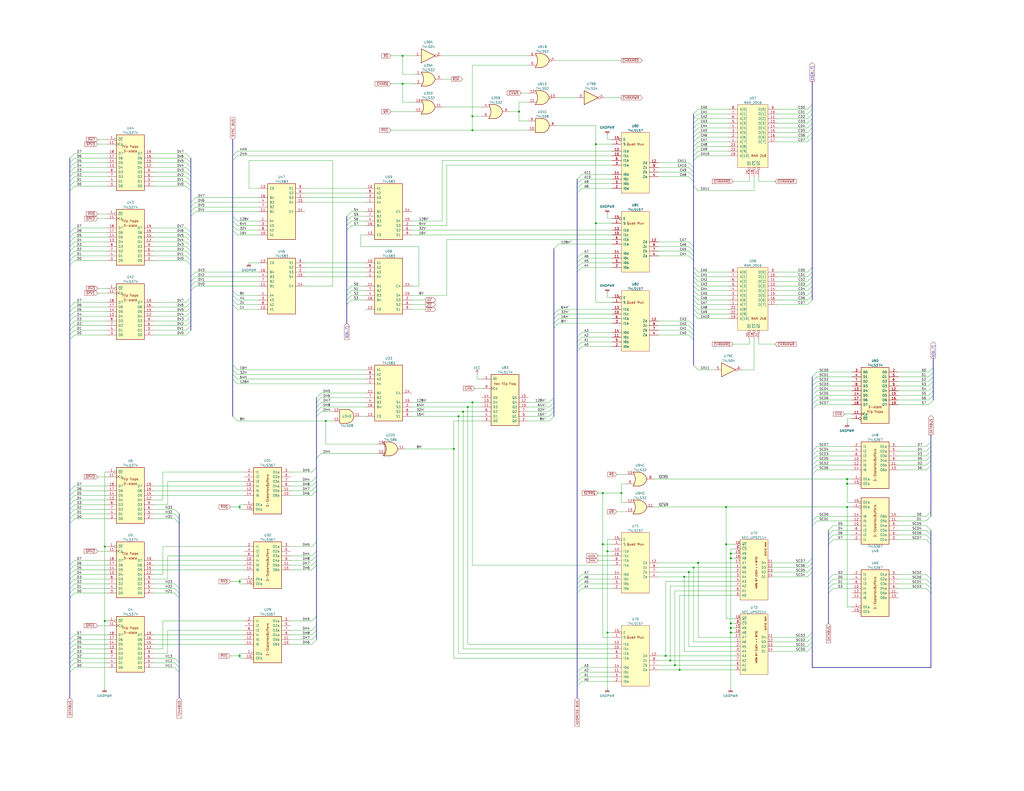
<source format=kicad_sch>
(kicad_sch (version 20230121) (generator eeschema)
  (paper "C")
  (title_block (title "TAITO SYSTEM SJ") (company "ANTON GALE"))
  (junction (at 130.81 317.5))
  (junction (at 363.22 358.14))
  (junction (at 255.27 222.25))
  (junction (at 219.71 45.72))
  (junction (at 381 307.34))
  (junction (at 257.81 219.71))
  (junction (at 378.46 309.88))
  (junction (at 325.12 121.92))
  (junction (at 325.12 78.74))
  (junction (at 331.47 300.99))
  (junction (at 57.15 298.45))
  (junction (at 331.47 345.44))
  (junction (at 396.24 297.18))
  (junction (at 57.15 339.09))
  (junction (at 130.81 276.86))
  (junction (at 328.93 297.18))
  (junction (at 368.3 363.22))
  (junction (at 398.78 302.26))
  (junction (at 398.78 304.8))
  (junction (at 462.28 276.86))
  (junction (at 339.09 269.24))
  (junction (at 375.92 312.42))
  (junction (at 219.71 30.48))
  (junction (at 373.38 314.96))
  (junction (at 177.8 229.87))
  (junction (at 398.78 340.36))
  (junction (at 396.24 276.86))
  (junction (at 257.81 71.12))
  (junction (at 398.78 342.9))
  (junction (at 247.65 245.11))
  (junction (at 365.76 360.68))
  (junction (at 283.21 60.96))
  (junction (at 370.84 365.76))
  (junction (at 462.28 261.62))
  (junction (at 257.81 63.5))
  (junction (at 130.81 358.14))
  (junction (at 250.19 227.33))
  (junction (at 462.28 264.16))
  (junction (at 398.78 345.44))
  (junction (at 252.73 224.79))
  (junction (at 328.93 269.24))
  (bus_entry (at 101.6 132.08) (size 2.54 2.54))
  (bus_entry (at 170.18 351.79) (size 2.54 -2.54))
  (bus_entry (at 440.69 161.29) (size 2.54 -2.54))
  (bus_entry (at 170.18 265.43) (size 2.54 -2.54))
  (bus_entry (at 454.66 292.1) (size -2.54 2.54))
  (bus_entry (at 101.6 142.24) (size 2.54 2.54))
  (bus_entry (at 106.68 110.49) (size -2.54 2.54))
  (bus_entry (at 445.77 218.44) (size -2.54 2.54))
  (bus_entry (at 506.73 218.44) (size 2.54 -2.54))
  (bus_entry (at 381 104.14) (size -2.54 -2.54))
  (bus_entry (at 505.46 287.02) (size 2.54 2.54))
  (bus_entry (at 506.73 203.2) (size 2.54 -2.54))
  (bus_entry (at 454.66 318.77) (size -2.54 2.54))
  (bus_entry (at 317.5 369.57) (size -2.54 2.54))
  (bus_entry (at 445.77 210.82) (size -2.54 2.54))
  (bus_entry (at 129.54 163.83) (size -2.54 -2.54))
  (bus_entry (at 454.66 287.02) (size -2.54 2.54))
  (bus_entry (at 440.69 350.52) (size 2.54 -2.54))
  (bus_entry (at 101.6 96.52) (size 2.54 2.54))
  (bus_entry (at 101.6 127) (size 2.54 2.54))
  (bus_entry (at 191.77 123.19) (size -2.54 2.54))
  (bus_entry (at 299.72 219.71) (size 2.54 -2.54))
  (bus_entry (at 129.54 161.29) (size -2.54 -2.54))
  (bus_entry (at 505.46 256.54) (size 2.54 -2.54))
  (bus_entry (at 40.64 129.54) (size -2.54 2.54))
  (bus_entry (at 101.6 83.82) (size 2.54 2.54))
  (bus_entry (at 381 163.83) (size -2.54 -2.54))
  (bus_entry (at 40.64 91.44) (size -2.54 2.54))
  (bus_entry (at 440.69 166.37) (size 2.54 -2.54))
  (bus_entry (at 440.69 77.47) (size 2.54 -2.54))
  (bus_entry (at 101.6 129.54) (size 2.54 2.54))
  (bus_entry (at 170.18 303.53) (size 2.54 -2.54))
  (bus_entry (at 317.5 138.43) (size -2.54 2.54))
  (bus_entry (at 505.46 243.84) (size 2.54 -2.54))
  (bus_entry (at 505.46 248.92) (size 2.54 -2.54))
  (bus_entry (at 381 72.39) (size -2.54 2.54))
  (bus_entry (at 440.69 353.06) (size 2.54 -2.54))
  (bus_entry (at 381 85.09) (size -2.54 2.54))
  (bus_entry (at 129.54 166.37) (size -2.54 -2.54))
  (bus_entry (at 505.46 251.46) (size 2.54 -2.54))
  (bus_entry (at 40.64 93.98) (size -2.54 2.54))
  (bus_entry (at 299.72 229.87) (size 2.54 -2.54))
  (bus_entry (at 381 201.93) (size -2.54 -2.54))
  (bus_entry (at 129.54 120.65) (size -2.54 -2.54))
  (bus_entry (at 317.5 181.61) (size -2.54 2.54))
  (bus_entry (at 40.64 99.06) (size -2.54 2.54))
  (bus_entry (at 506.73 213.36) (size 2.54 -2.54))
  (bus_entry (at 101.6 101.6) (size 2.54 2.54))
  (bus_entry (at 170.18 306.07) (size 2.54 -2.54))
  (bus_entry (at 129.54 82.55) (size -2.54 2.54))
  (bus_entry (at 129.54 85.09) (size -2.54 2.54))
  (bus_entry (at 445.77 248.92) (size -2.54 2.54))
  (bus_entry (at 40.64 83.82) (size -2.54 2.54))
  (bus_entry (at 381 64.77) (size -2.54 2.54))
  (bus_entry (at 40.64 323.85) (size -2.54 2.54))
  (bus_entry (at 101.6 180.34) (size 2.54 -2.54))
  (bus_entry (at 381 62.23) (size -2.54 2.54))
  (bus_entry (at 505.46 281.94) (size 2.54 -2.54))
  (bus_entry (at 440.69 347.98) (size 2.54 -2.54))
  (bus_entry (at 40.64 167.64) (size -2.54 2.54))
  (bus_entry (at 40.64 182.88) (size -2.54 2.54))
  (bus_entry (at 170.18 311.15) (size 2.54 -2.54))
  (bus_entry (at 40.64 316.23) (size -2.54 2.54))
  (bus_entry (at 95.25 321.31) (size 2.54 2.54))
  (bus_entry (at 191.77 115.57) (size -2.54 2.54))
  (bus_entry (at 40.64 139.7) (size -2.54 2.54))
  (bus_entry (at 317.5 95.25) (size -2.54 2.54))
  (bus_entry (at 40.64 127) (size -2.54 2.54))
  (bus_entry (at 505.46 254) (size 2.54 -2.54))
  (bus_entry (at 381 148.59) (size -2.54 -2.54))
  (bus_entry (at 440.69 314.96) (size 2.54 -2.54))
  (bus_entry (at 381 161.29) (size -2.54 -2.54))
  (bus_entry (at 40.64 142.24) (size -2.54 2.54))
  (bus_entry (at 381 166.37) (size -2.54 -2.54))
  (bus_entry (at 317.5 186.69) (size -2.54 2.54))
  (bus_entry (at 101.6 134.62) (size 2.54 2.54))
  (bus_entry (at 101.6 182.88) (size 2.54 -2.54))
  (bus_entry (at 381 153.67) (size -2.54 -2.54))
  (bus_entry (at 175.26 219.71) (size -2.54 2.54))
  (bus_entry (at 304.8 173.99) (size -2.54 2.54))
  (bus_entry (at 40.64 346.71) (size -2.54 2.54))
  (bus_entry (at 40.64 349.25) (size -2.54 2.54))
  (bus_entry (at 191.77 161.29) (size -2.54 2.54))
  (bus_entry (at 317.5 100.33) (size -2.54 2.54))
  (bus_entry (at 191.77 120.65) (size -2.54 2.54))
  (bus_entry (at 40.64 351.79) (size -2.54 2.54))
  (bus_entry (at 170.18 270.51) (size 2.54 -2.54))
  (bus_entry (at 40.64 275.59) (size -2.54 2.54))
  (bus_entry (at 95.25 359.41) (size 2.54 2.54))
  (bus_entry (at 175.26 214.63) (size -2.54 2.54))
  (bus_entry (at 299.72 227.33) (size 2.54 -2.54))
  (bus_entry (at 40.64 96.52) (size -2.54 2.54))
  (bus_entry (at 40.64 265.43) (size -2.54 2.54))
  (bus_entry (at 445.77 284.48) (size -2.54 2.54))
  (bus_entry (at 454.66 321.31) (size -2.54 2.54))
  (bus_entry (at 317.5 313.69) (size -2.54 2.54))
  (bus_entry (at 317.5 140.97) (size -2.54 2.54))
  (bus_entry (at 170.18 339.09) (size 2.54 -2.54))
  (bus_entry (at 445.77 281.94) (size -2.54 2.54))
  (bus_entry (at 101.6 99.06) (size 2.54 2.54))
  (bus_entry (at 375.92 137.16) (size 2.54 2.54))
  (bus_entry (at 440.69 151.13) (size 2.54 -2.54))
  (bus_entry (at 505.46 284.48) (size 2.54 -2.54))
  (bus_entry (at 40.64 170.18) (size -2.54 2.54))
  (bus_entry (at 445.77 243.84) (size -2.54 2.54))
  (bus_entry (at 381 82.55) (size -2.54 2.54))
  (bus_entry (at 317.5 102.87) (size -2.54 2.54))
  (bus_entry (at 191.77 156.21) (size -2.54 2.54))
  (bus_entry (at 375.92 175.26) (size 2.54 2.54))
  (bus_entry (at 445.77 254) (size -2.54 2.54))
  (bus_entry (at 175.26 247.65) (size -2.54 2.54))
  (bus_entry (at 304.8 176.53) (size -2.54 2.54))
  (bus_entry (at 106.68 153.67) (size -2.54 2.54))
  (bus_entry (at 304.8 133.35) (size -2.54 2.54))
  (bus_entry (at 445.77 213.36) (size -2.54 2.54))
  (bus_entry (at 505.46 313.69) (size 2.54 2.54))
  (bus_entry (at 170.18 267.97) (size 2.54 -2.54))
  (bus_entry (at 40.64 267.97) (size -2.54 2.54))
  (bus_entry (at 101.6 91.44) (size 2.54 2.54))
  (bus_entry (at 299.72 222.25) (size 2.54 -2.54))
  (bus_entry (at 317.5 367.03) (size -2.54 2.54))
  (bus_entry (at 440.69 158.75) (size 2.54 -2.54))
  (bus_entry (at 101.6 177.8) (size 2.54 -2.54))
  (bus_entry (at 506.73 210.82) (size 2.54 -2.54))
  (bus_entry (at 40.64 361.95) (size -2.54 2.54))
  (bus_entry (at 445.77 246.38) (size -2.54 2.54))
  (bus_entry (at 101.6 93.98) (size 2.54 2.54))
  (bus_entry (at 381 77.47) (size -2.54 2.54))
  (bus_entry (at 129.54 123.19) (size -2.54 -2.54))
  (bus_entry (at 440.69 62.23) (size 2.54 -2.54))
  (bus_entry (at 445.77 208.28) (size -2.54 2.54))
  (bus_entry (at 375.92 91.44) (size 2.54 2.54))
  (bus_entry (at 191.77 118.11) (size -2.54 2.54))
  (bus_entry (at 317.5 318.77) (size -2.54 2.54))
  (bus_entry (at 317.5 372.11) (size -2.54 2.54))
  (bus_entry (at 445.77 215.9) (size -2.54 2.54))
  (bus_entry (at 95.25 283.21) (size 2.54 2.54))
  (bus_entry (at 106.68 156.21) (size -2.54 2.54))
  (bus_entry (at 40.64 364.49) (size -2.54 2.54))
  (bus_entry (at 375.92 88.9) (size 2.54 2.54))
  (bus_entry (at 440.69 312.42) (size 2.54 -2.54))
  (bus_entry (at 175.26 222.25) (size -2.54 2.54))
  (bus_entry (at 129.54 168.91) (size -2.54 -2.54))
  (bus_entry (at 95.25 323.85) (size 2.54 2.54))
  (bus_entry (at 375.92 96.52) (size 2.54 2.54))
  (bus_entry (at 381 171.45) (size -2.54 -2.54))
  (bus_entry (at 454.66 316.23) (size -2.54 2.54))
  (bus_entry (at 101.6 124.46) (size 2.54 2.54))
  (bus_entry (at 127 227.33) (size 2.54 2.54))
  (bus_entry (at 40.64 280.67) (size -2.54 2.54))
  (bus_entry (at 381 173.99) (size -2.54 -2.54))
  (bus_entry (at 317.5 316.23) (size -2.54 2.54))
  (bus_entry (at 95.25 278.13) (size 2.54 2.54))
  (bus_entry (at 170.18 298.45) (size 2.54 -2.54))
  (bus_entry (at 304.8 171.45) (size -2.54 2.54))
  (bus_entry (at 375.92 132.08) (size 2.54 2.54))
  (bus_entry (at 375.92 134.62) (size 2.54 2.54))
  (bus_entry (at 317.5 321.31) (size -2.54 2.54))
  (bus_entry (at 381 156.21) (size -2.54 -2.54))
  (bus_entry (at 454.66 289.56) (size -2.54 2.54))
  (bus_entry (at 440.69 69.85) (size 2.54 -2.54))
  (bus_entry (at 440.69 148.59) (size 2.54 -2.54))
  (bus_entry (at 317.5 97.79) (size -2.54 2.54))
  (bus_entry (at 381 168.91) (size -2.54 -2.54))
  (bus_entry (at 170.18 257.81) (size 2.54 -2.54))
  (bus_entry (at 101.6 167.64) (size 2.54 -2.54))
  (bus_entry (at 375.92 177.8) (size 2.54 2.54))
  (bus_entry (at 40.64 86.36) (size -2.54 2.54))
  (bus_entry (at 381 67.31) (size -2.54 2.54))
  (bus_entry (at 40.64 124.46) (size -2.54 2.54))
  (bus_entry (at 381 74.93) (size -2.54 2.54))
  (bus_entry (at 299.72 224.79) (size 2.54 -2.54))
  (bus_entry (at 317.5 184.15) (size -2.54 2.54))
  (bus_entry (at 101.6 86.36) (size 2.54 2.54))
  (bus_entry (at 106.68 151.13) (size -2.54 2.54))
  (bus_entry (at 101.6 172.72) (size 2.54 -2.54))
  (bus_entry (at 191.77 158.75) (size -2.54 2.54))
  (bus_entry (at 175.26 224.79) (size -2.54 2.54))
  (bus_entry (at 381 69.85) (size -2.54 2.54))
  (bus_entry (at 317.5 189.23) (size -2.54 2.54))
  (bus_entry (at 170.18 344.17) (size 2.54 -2.54))
  (bus_entry (at 440.69 153.67) (size 2.54 -2.54))
  (bus_entry (at 506.73 205.74) (size 2.54 -2.54))
  (bus_entry (at 40.64 311.15) (size -2.54 2.54))
  (bus_entry (at 191.77 163.83) (size -2.54 2.54))
  (bus_entry (at 381 80.01) (size -2.54 2.54))
  (bus_entry (at 101.6 175.26) (size 2.54 -2.54))
  (bus_entry (at 40.64 165.1) (size -2.54 2.54))
  (bus_entry (at 440.69 64.77) (size 2.54 -2.54))
  (bus_entry (at 40.64 177.8) (size -2.54 2.54))
  (bus_entry (at 101.6 88.9) (size 2.54 2.54))
  (bus_entry (at 101.6 137.16) (size 2.54 2.54))
  (bus_entry (at 95.25 318.77) (size 2.54 2.54))
  (bus_entry (at 170.18 346.71) (size 2.54 -2.54))
  (bus_entry (at 40.64 359.41) (size -2.54 2.54))
  (bus_entry (at 106.68 107.95) (size -2.54 2.54))
  (bus_entry (at 505.46 246.38) (size 2.54 -2.54))
  (bus_entry (at 381 59.69) (size -2.54 2.54))
  (bus_entry (at 40.64 88.9) (size -2.54 2.54))
  (bus_entry (at 95.25 280.67) (size 2.54 2.54))
  (bus_entry (at 505.46 289.56) (size 2.54 2.54))
  (bus_entry (at 101.6 165.1) (size 2.54 -2.54))
  (bus_entry (at 40.64 270.51) (size -2.54 2.54))
  (bus_entry (at 381 151.13) (size -2.54 -2.54))
  (bus_entry (at 129.54 128.27) (size -2.54 -2.54))
  (bus_entry (at 440.69 59.69) (size 2.54 -2.54))
  (bus_entry (at 106.68 148.59) (size -2.54 2.54))
  (bus_entry (at 40.64 101.6) (size -2.54 2.54))
  (bus_entry (at 440.69 72.39) (size 2.54 -2.54))
  (bus_entry (at 440.69 307.34) (size 2.54 -2.54))
  (bus_entry (at 95.25 361.95) (size 2.54 2.54))
  (bus_entry (at 445.77 220.98) (size -2.54 2.54))
  (bus_entry (at 445.77 256.54) (size -2.54 2.54))
  (bus_entry (at 175.26 217.17) (size -2.54 2.54))
  (bus_entry (at 40.64 137.16) (size -2.54 2.54))
  (bus_entry (at 40.64 132.08) (size -2.54 2.54))
  (bus_entry (at 170.18 308.61) (size 2.54 -2.54))
  (bus_entry (at 375.92 180.34) (size 2.54 2.54))
  (bus_entry (at 506.73 215.9) (size 2.54 -2.54))
  (bus_entry (at 129.54 125.73) (size -2.54 -2.54))
  (bus_entry (at 106.68 115.57) (size -2.54 2.54))
  (bus_entry (at 505.46 294.64) (size 2.54 2.54))
  (bus_entry (at 440.69 355.6) (size 2.54 -2.54))
  (bus_entry (at 127 207.01) (size 2.54 2.54))
  (bus_entry (at 127 201.93) (size 2.54 2.54))
  (bus_entry (at 127 204.47) (size 2.54 2.54))
  (bus_entry (at 127 199.39) (size 2.54 2.54))
  (bus_entry (at 40.64 273.05) (size -2.54 2.54))
  (bus_entry (at 375.92 182.88) (size 2.54 2.54))
  (bus_entry (at 506.73 220.98) (size 2.54 -2.54))
  (bus_entry (at 375.92 93.98) (size 2.54 2.54))
  (bus_entry (at 170.18 349.25) (size 2.54 -2.54))
  (bus_entry (at 440.69 74.93) (size 2.54 -2.54))
  (bus_entry (at 505.46 318.77) (size 2.54 2.54))
  (bus_entry (at 40.64 175.26) (size -2.54 2.54))
  (bus_entry (at 40.64 318.77) (size -2.54 2.54))
  (bus_entry (at 40.64 356.87) (size -2.54 2.54))
  (bus_entry (at 40.64 278.13) (size -2.54 2.54))
  (bus_entry (at 445.77 203.2) (size -2.54 2.54))
  (bus_entry (at 440.69 309.88) (size 2.54 -2.54))
  (bus_entry (at 317.5 146.05) (size -2.54 2.54))
  (bus_entry (at 101.6 139.7) (size 2.54 2.54))
  (bus_entry (at 40.64 313.69) (size -2.54 2.54))
  (bus_entry (at 170.18 262.89) (size 2.54 -2.54))
  (bus_entry (at 505.46 316.23) (size 2.54 2.54))
  (bus_entry (at 40.64 172.72) (size -2.54 2.54))
  (bus_entry (at 40.64 321.31) (size -2.54 2.54))
  (bus_entry (at 440.69 163.83) (size 2.54 -2.54))
  (bus_entry (at 505.46 321.31) (size 2.54 2.54))
  (bus_entry (at 40.64 283.21) (size -2.54 2.54))
  (bus_entry (at 445.77 251.46) (size -2.54 2.54))
  (bus_entry (at 505.46 292.1) (size 2.54 2.54))
  (bus_entry (at 381 158.75) (size -2.54 -2.54))
  (bus_entry (at 40.64 354.33) (size -2.54 2.54))
  (bus_entry (at 440.69 156.21) (size 2.54 -2.54))
  (bus_entry (at 40.64 306.07) (size -2.54 2.54))
  (bus_entry (at 106.68 113.03) (size -2.54 2.54))
  (bus_entry (at 454.66 313.69) (size -2.54 2.54))
  (bus_entry (at 440.69 67.31) (size 2.54 -2.54))
  (bus_entry (at 40.64 180.34) (size -2.54 2.54))
  (bus_entry (at 101.6 170.18) (size 2.54 -2.54))
  (bus_entry (at 317.5 143.51) (size -2.54 2.54))
  (bus_entry (at 40.64 308.61) (size -2.54 2.54))
  (bus_entry (at 317.5 364.49) (size -2.54 2.54))
  (bus_entry (at 375.92 139.7) (size 2.54 2.54))
  (bus_entry (at 40.64 134.62) (size -2.54 2.54))
  (bus_entry (at 454.66 294.64) (size -2.54 2.54))
  (bus_entry (at 506.73 208.28) (size 2.54 -2.54))
  (bus_entry (at 95.25 364.49) (size 2.54 2.54))
  (bus_entry (at 304.8 168.91) (size -2.54 2.54))
  (bus_entry (at 445.77 205.74) (size -2.54 2.54))
  (wire (pts (xy 454.66 313.69) (xy 464.82 313.69)))
  (bus (pts (xy 378.46 158.75) (xy 378.46 161.29)))
  (bus (pts (xy 314.96 374.65) (xy 314.96 381)))
  (bus (pts (xy 38.1 142.24) (xy 38.1 144.78)))
  (bus (pts (xy 314.96 143.51) (xy 314.96 146.05)))
  (wire (pts (xy 83.82 134.62) (xy 101.6 134.62)))
  (bus (pts (xy 452.12 318.77) (xy 452.12 321.31)))
  (wire (pts (xy 328.93 269.24) (xy 339.09 269.24)))
  (wire (pts (xy 58.42 127) (xy 40.64 127)))
  (wire (pts (xy 397.51 171.45) (xy 381 171.45)))
  (wire (pts (xy 378.46 309.88) (xy 401.32 309.88)))
  (wire (pts (xy 288.29 55.88) (xy 283.21 55.88)))
  (bus (pts (xy 38.1 313.69) (xy 38.1 316.23)))
  (wire (pts (xy 424.18 151.13) (xy 440.69 151.13)))
  (wire (pts (xy 58.42 101.6) (xy 40.64 101.6)))
  (wire (pts (xy 58.42 265.43) (xy 40.64 265.43)))
  (wire (pts (xy 464.82 228.6) (xy 462.28 228.6)))
  (wire (pts (xy 95.25 323.85) (xy 83.82 323.85)))
  (wire (pts (xy 170.18 346.71) (xy 158.75 346.71)))
  (bus (pts (xy 104.14 115.57) (xy 104.14 118.11)))
  (wire (pts (xy 224.79 222.25) (xy 255.27 222.25)))
  (wire (pts (xy 83.82 351.79) (xy 133.35 351.79)))
  (wire (pts (xy 334.01 76.2) (xy 331.47 76.2)))
  (wire (pts (xy 411.48 201.93) (xy 405.13 201.93)))
  (bus (pts (xy 38.1 361.95) (xy 38.1 364.49)))
  (bus (pts (xy 378.46 185.42) (xy 378.46 182.88)))
  (bus (pts (xy 38.1 316.23) (xy 38.1 318.77)))
  (wire (pts (xy 490.22 256.54) (xy 505.46 256.54)))
  (bus (pts (xy 378.46 148.59) (xy 378.46 151.13)))
  (wire (pts (xy 130.81 358.14) (xy 130.81 359.41)))
  (wire (pts (xy 58.42 349.25) (xy 40.64 349.25)))
  (wire (pts (xy 58.42 132.08) (xy 40.64 132.08)))
  (wire (pts (xy 464.82 203.2) (xy 445.77 203.2)))
  (wire (pts (xy 140.97 151.13) (xy 106.68 151.13)))
  (wire (pts (xy 83.82 101.6) (xy 101.6 101.6)))
  (bus (pts (xy 378.46 77.47) (xy 378.46 74.93)))
  (wire (pts (xy 334.01 173.99) (xy 304.8 173.99)))
  (bus (pts (xy 378.46 156.21) (xy 378.46 158.75)))
  (wire (pts (xy 397.51 69.85) (xy 381 69.85)))
  (wire (pts (xy 83.82 170.18) (xy 101.6 170.18)))
  (wire (pts (xy 133.35 275.59) (xy 130.81 275.59)))
  (wire (pts (xy 334.01 181.61) (xy 317.5 181.61)))
  (bus (pts (xy 378.46 93.98) (xy 378.46 96.52)))
  (wire (pts (xy 396.24 276.86) (xy 462.28 276.86)))
  (bus (pts (xy 452.12 294.64) (xy 452.12 297.18)))
  (wire (pts (xy 199.39 161.29) (xy 191.77 161.29)))
  (bus (pts (xy 509.27 213.36) (xy 509.27 215.9)))
  (wire (pts (xy 373.38 355.6) (xy 373.38 314.96)))
  (bus (pts (xy 127 199.39) (xy 127 201.93)))
  (bus (pts (xy 97.79 367.03) (xy 97.79 381)))
  (wire (pts (xy 398.78 304.8) (xy 398.78 340.36)))
  (bus (pts (xy 443.23 218.44) (xy 443.23 220.98)))
  (wire (pts (xy 411.48 185.42) (xy 411.48 201.93)))
  (wire (pts (xy 408.94 99.06) (xy 400.05 99.06)))
  (wire (pts (xy 91.44 262.89) (xy 133.35 262.89)))
  (wire (pts (xy 414.02 96.52) (xy 414.02 99.06)))
  (wire (pts (xy 130.81 276.86) (xy 130.81 278.13)))
  (wire (pts (xy 359.41 91.44) (xy 375.92 91.44)))
  (wire (pts (xy 408.94 187.96) (xy 400.05 187.96)))
  (bus (pts (xy 104.14 172.72) (xy 104.14 170.18)))
  (bus (pts (xy 443.23 353.06) (xy 443.23 364.49)))
  (bus (pts (xy 378.46 85.09) (xy 378.46 82.55)))
  (wire (pts (xy 213.36 71.12) (xy 257.81 71.12)))
  (bus (pts (xy 314.96 321.31) (xy 314.96 323.85)))
  (bus (pts (xy 38.1 127) (xy 38.1 129.54)))
  (wire (pts (xy 83.82 91.44) (xy 101.6 91.44)))
  (wire (pts (xy 331.47 345.44) (xy 331.47 300.99)))
  (wire (pts (xy 199.39 163.83) (xy 191.77 163.83)))
  (wire (pts (xy 262.89 229.87) (xy 247.65 229.87)))
  (wire (pts (xy 334.01 184.15) (xy 317.5 184.15)))
  (wire (pts (xy 170.18 344.17) (xy 158.75 344.17)))
  (wire (pts (xy 490.22 313.69) (xy 505.46 313.69)))
  (bus (pts (xy 38.1 96.52) (xy 38.1 99.06)))
  (wire (pts (xy 175.26 214.63) (xy 199.39 214.63)))
  (wire (pts (xy 58.42 167.64) (xy 40.64 167.64)))
  (wire (pts (xy 283.21 60.96) (xy 283.21 55.88)))
  (bus (pts (xy 314.96 100.33) (xy 314.96 102.87)))
  (wire (pts (xy 95.25 321.31) (xy 83.82 321.31)))
  (bus (pts (xy 378.46 93.98) (xy 378.46 91.44)))
  (bus (pts (xy 314.96 372.11) (xy 314.96 374.65)))
  (wire (pts (xy 83.82 96.52) (xy 101.6 96.52)))
  (wire (pts (xy 375.92 353.06) (xy 375.92 312.42)))
  (wire (pts (xy 421.64 353.06) (xy 440.69 353.06)))
  (wire (pts (xy 334.01 316.23) (xy 317.5 316.23)))
  (bus (pts (xy 509.27 203.2) (xy 509.27 200.66)))
  (bus (pts (xy 38.1 364.49) (xy 38.1 367.03)))
  (wire (pts (xy 363.22 358.14) (xy 401.32 358.14)))
  (wire (pts (xy 129.54 229.87) (xy 177.8 229.87)))
  (wire (pts (xy 199.39 123.19) (xy 191.77 123.19)))
  (wire (pts (xy 381 347.98) (xy 381 307.34)))
  (wire (pts (xy 375.92 312.42) (xy 401.32 312.42)))
  (wire (pts (xy 57.15 257.81) (xy 57.15 298.45)))
  (wire (pts (xy 129.54 204.47) (xy 199.39 204.47)))
  (wire (pts (xy 326.39 303.53) (xy 334.01 303.53)))
  (wire (pts (xy 398.78 340.36) (xy 398.78 342.9)))
  (wire (pts (xy 334.01 186.69) (xy 317.5 186.69)))
  (bus (pts (xy 302.26 179.07) (xy 302.26 217.17)))
  (wire (pts (xy 464.82 208.28) (xy 445.77 208.28)))
  (wire (pts (xy 490.22 281.94) (xy 505.46 281.94)))
  (wire (pts (xy 83.82 270.51) (xy 133.35 270.51)))
  (wire (pts (xy 255.27 222.25) (xy 262.89 222.25)))
  (bus (pts (xy 443.23 210.82) (xy 443.23 213.36)))
  (wire (pts (xy 224.79 224.79) (xy 252.73 224.79)))
  (wire (pts (xy 336.55 259.08) (xy 341.63 259.08)))
  (wire (pts (xy 95.25 359.41) (xy 83.82 359.41)))
  (bus (pts (xy 172.72 260.35) (xy 172.72 262.89)))
  (wire (pts (xy 125.73 317.5) (xy 130.81 317.5)))
  (bus (pts (xy 443.23 208.28) (xy 443.23 210.82)))
  (wire (pts (xy 88.9 273.05) (xy 88.9 257.81)))
  (wire (pts (xy 464.82 220.98) (xy 445.77 220.98)))
  (wire (pts (xy 224.79 120.65) (xy 241.3 120.65)))
  (wire (pts (xy 397.51 161.29) (xy 381 161.29)))
  (wire (pts (xy 359.41 307.34) (xy 381 307.34)))
  (bus (pts (xy 172.72 227.33) (xy 172.72 250.19)))
  (bus (pts (xy 509.27 215.9) (xy 509.27 218.44)))
  (bus (pts (xy 127 125.73) (xy 127 123.19)))
  (wire (pts (xy 170.18 306.07) (xy 158.75 306.07)))
  (bus (pts (xy 38.1 326.39) (xy 38.1 349.25)))
  (bus (pts (xy 104.14 170.18) (xy 104.14 167.64)))
  (wire (pts (xy 397.51 59.69) (xy 381 59.69)))
  (wire (pts (xy 83.82 127) (xy 101.6 127)))
  (wire (pts (xy 243.84 130.81) (xy 334.01 130.81)))
  (wire (pts (xy 133.35 356.87) (xy 130.81 356.87)))
  (wire (pts (xy 328.93 347.98) (xy 334.01 347.98)))
  (wire (pts (xy 359.41 360.68) (xy 365.76 360.68)))
  (wire (pts (xy 133.35 316.23) (xy 130.81 316.23)))
  (wire (pts (xy 464.82 276.86) (xy 462.28 276.86)))
  (wire (pts (xy 336.55 279.4) (xy 341.63 279.4)))
  (wire (pts (xy 175.26 217.17) (xy 199.39 217.17)))
  (bus (pts (xy 104.14 88.9) (xy 104.14 91.44)))
  (wire (pts (xy 334.01 369.57) (xy 317.5 369.57)))
  (wire (pts (xy 83.82 265.43) (xy 133.35 265.43)))
  (wire (pts (xy 424.18 67.31) (xy 440.69 67.31)))
  (bus (pts (xy 97.79 321.31) (xy 97.79 323.85)))
  (wire (pts (xy 368.3 322.58) (xy 401.32 322.58)))
  (wire (pts (xy 334.01 367.03) (xy 317.5 367.03)))
  (wire (pts (xy 359.41 309.88) (xy 378.46 309.88)))
  (wire (pts (xy 334.01 165.1) (xy 325.12 165.1)))
  (wire (pts (xy 83.82 124.46) (xy 101.6 124.46)))
  (bus (pts (xy 302.26 135.89) (xy 302.26 171.45)))
  (bus (pts (xy 104.14 129.54) (xy 104.14 132.08)))
  (wire (pts (xy 58.42 275.59) (xy 40.64 275.59)))
  (wire (pts (xy 464.82 251.46) (xy 445.77 251.46)))
  (wire (pts (xy 398.78 299.72) (xy 398.78 302.26)))
  (bus (pts (xy 378.46 137.16) (xy 378.46 139.7)))
  (wire (pts (xy 91.44 303.53) (xy 133.35 303.53)))
  (bus (pts (xy 127 204.47) (xy 127 207.01)))
  (wire (pts (xy 170.18 265.43) (xy 158.75 265.43)))
  (bus (pts (xy 378.46 182.88) (xy 378.46 180.34)))
  (wire (pts (xy 462.28 228.6) (xy 462.28 231.14)))
  (wire (pts (xy 83.82 311.15) (xy 133.35 311.15)))
  (wire (pts (xy 490.22 213.36) (xy 506.73 213.36)))
  (wire (pts (xy 325.12 121.92) (xy 325.12 165.1)))
  (wire (pts (xy 140.97 107.95) (xy 106.68 107.95)))
  (wire (pts (xy 424.18 74.93) (xy 440.69 74.93)))
  (wire (pts (xy 397.51 166.37) (xy 381 166.37)))
  (wire (pts (xy 454.66 318.77) (xy 464.82 318.77)))
  (wire (pts (xy 83.82 267.97) (xy 133.35 267.97)))
  (bus (pts (xy 378.46 177.8) (xy 378.46 180.34)))
  (bus (pts (xy 38.1 91.44) (xy 38.1 93.98)))
  (wire (pts (xy 370.84 365.76) (xy 370.84 325.12)))
  (wire (pts (xy 58.42 124.46) (xy 40.64 124.46)))
  (bus (pts (xy 302.26 217.17) (xy 302.26 219.71)))
  (bus (pts (xy 508 318.77) (xy 508 321.31)))
  (bus (pts (xy 443.23 256.54) (xy 443.23 259.08)))
  (wire (pts (xy 490.22 210.82) (xy 506.73 210.82)))
  (bus (pts (xy 314.96 102.87) (xy 314.96 105.41)))
  (wire (pts (xy 83.82 93.98) (xy 101.6 93.98)))
  (wire (pts (xy 454.66 321.31) (xy 464.82 321.31)))
  (wire (pts (xy 490.22 318.77) (xy 505.46 318.77)))
  (bus (pts (xy 443.23 59.69) (xy 443.23 57.15)))
  (wire (pts (xy 166.37 105.41) (xy 199.39 105.41)))
  (bus (pts (xy 104.14 118.11) (xy 104.14 127)))
  (wire (pts (xy 464.82 248.92) (xy 445.77 248.92)))
  (wire (pts (xy 368.3 363.22) (xy 401.32 363.22)))
  (wire (pts (xy 58.42 91.44) (xy 40.64 91.44)))
  (wire (pts (xy 83.82 273.05) (xy 88.9 273.05)))
  (bus (pts (xy 38.1 275.59) (xy 38.1 278.13)))
  (wire (pts (xy 421.64 347.98) (xy 440.69 347.98)))
  (wire (pts (xy 462.28 264.16) (xy 464.82 264.16)))
  (bus (pts (xy 172.72 346.71) (xy 172.72 344.17)))
  (bus (pts (xy 302.26 224.79) (xy 302.26 227.33)))
  (bus (pts (xy 38.1 321.31) (xy 38.1 323.85)))
  (wire (pts (xy 224.79 168.91) (xy 232.41 168.91)))
  (bus (pts (xy 508 292.1) (xy 508 294.64)))
  (wire (pts (xy 334.01 189.23) (xy 317.5 189.23)))
  (bus (pts (xy 378.46 91.44) (xy 378.46 87.63)))
  (wire (pts (xy 334.01 356.87) (xy 250.19 356.87)))
  (wire (pts (xy 359.41 314.96) (xy 373.38 314.96)))
  (wire (pts (xy 58.42 99.06) (xy 40.64 99.06)))
  (wire (pts (xy 83.82 306.07) (xy 133.35 306.07)))
  (bus (pts (xy 443.23 312.42) (xy 443.23 345.44)))
  (wire (pts (xy 140.97 123.19) (xy 129.54 123.19)))
  (bus (pts (xy 104.14 96.52) (xy 104.14 99.06)))
  (wire (pts (xy 83.82 167.64) (xy 101.6 167.64)))
  (wire (pts (xy 464.82 218.44) (xy 445.77 218.44)))
  (wire (pts (xy 53.34 300.99) (xy 58.42 300.99)))
  (bus (pts (xy 443.23 158.75) (xy 443.23 156.21)))
  (wire (pts (xy 135.89 87.63) (xy 181.61 87.63)))
  (bus (pts (xy 302.26 171.45) (xy 302.26 173.99)))
  (wire (pts (xy 129.54 207.01) (xy 199.39 207.01)))
  (wire (pts (xy 284.48 50.8) (xy 288.29 50.8)))
  (bus (pts (xy 97.79 364.49) (xy 97.79 367.03)))
  (wire (pts (xy 462.28 274.32) (xy 464.82 274.32)))
  (wire (pts (xy 334.01 300.99) (xy 331.47 300.99)))
  (wire (pts (xy 58.42 267.97) (xy 40.64 267.97)))
  (bus (pts (xy 452.12 316.23) (xy 452.12 318.77)))
  (wire (pts (xy 334.01 138.43) (xy 317.5 138.43)))
  (wire (pts (xy 177.8 242.57) (xy 177.8 229.87)))
  (wire (pts (xy 140.97 168.91) (xy 129.54 168.91)))
  (bus (pts (xy 509.27 203.2) (xy 509.27 205.74)))
  (wire (pts (xy 83.82 142.24) (xy 101.6 142.24)))
  (wire (pts (xy 334.01 364.49) (xy 317.5 364.49)))
  (wire (pts (xy 83.82 129.54) (xy 101.6 129.54)))
  (bus (pts (xy 104.14 156.21) (xy 104.14 158.75)))
  (bus (pts (xy 443.23 161.29) (xy 443.23 158.75)))
  (wire (pts (xy 95.25 361.95) (xy 83.82 361.95)))
  (wire (pts (xy 58.42 356.87) (xy 40.64 356.87)))
  (wire (pts (xy 303.53 33.02) (xy 339.09 33.02)))
  (wire (pts (xy 199.39 120.65) (xy 191.77 120.65)))
  (bus (pts (xy 189.23 163.83) (xy 189.23 166.37)))
  (bus (pts (xy 508 297.18) (xy 508 316.23)))
  (bus (pts (xy 38.1 137.16) (xy 38.1 139.7)))
  (wire (pts (xy 411.48 96.52) (xy 411.48 104.14)))
  (wire (pts (xy 422.91 187.96) (xy 414.02 187.96)))
  (wire (pts (xy 259.08 212.09) (xy 262.89 212.09)))
  (bus (pts (xy 127 118.11) (xy 127 120.65)))
  (wire (pts (xy 83.82 349.25) (xy 133.35 349.25)))
  (bus (pts (xy 443.23 163.83) (xy 443.23 161.29)))
  (wire (pts (xy 334.01 354.33) (xy 252.73 354.33)))
  (wire (pts (xy 83.82 354.33) (xy 88.9 354.33)))
  (wire (pts (xy 325.12 78.74) (xy 325.12 68.58)))
  (wire (pts (xy 53.34 78.74) (xy 58.42 78.74)))
  (wire (pts (xy 88.9 313.69) (xy 88.9 298.45)))
  (bus (pts (xy 38.1 349.25) (xy 38.1 351.79)))
  (bus (pts (xy 508 323.85) (xy 508 364.49)))
  (wire (pts (xy 58.42 165.1) (xy 40.64 165.1)))
  (wire (pts (xy 424.18 62.23) (xy 440.69 62.23)))
  (wire (pts (xy 421.64 314.96) (xy 440.69 314.96)))
  (bus (pts (xy 378.46 139.7) (xy 378.46 142.24)))
  (bus (pts (xy 38.1 367.03) (xy 38.1 381)))
  (bus (pts (xy 443.23 146.05) (xy 443.23 74.93)))
  (bus (pts (xy 189.23 123.19) (xy 189.23 125.73)))
  (wire (pts (xy 181.61 87.63) (xy 181.61 156.21)))
  (wire (pts (xy 490.22 321.31) (xy 505.46 321.31)))
  (wire (pts (xy 359.41 137.16) (xy 375.92 137.16)))
  (wire (pts (xy 226.06 55.88) (xy 219.71 55.88)))
  (wire (pts (xy 58.42 278.13) (xy 40.64 278.13)))
  (wire (pts (xy 130.81 316.23) (xy 130.81 317.5)))
  (wire (pts (xy 359.41 363.22) (xy 368.3 363.22)))
  (wire (pts (xy 408.94 185.42) (xy 408.94 187.96)))
  (wire (pts (xy 464.82 281.94) (xy 445.77 281.94)))
  (wire (pts (xy 288.29 224.79) (xy 299.72 224.79)))
  (wire (pts (xy 58.42 129.54) (xy 40.64 129.54)))
  (bus (pts (xy 443.23 72.39) (xy 443.23 69.85)))
  (wire (pts (xy 224.79 161.29) (xy 243.84 161.29)))
  (bus (pts (xy 302.26 176.53) (xy 302.26 179.07)))
  (wire (pts (xy 241.3 30.48) (xy 288.29 30.48)))
  (bus (pts (xy 172.72 222.25) (xy 172.72 224.79)))
  (bus (pts (xy 38.1 270.51) (xy 38.1 273.05)))
  (wire (pts (xy 365.76 320.04) (xy 401.32 320.04)))
  (bus (pts (xy 508 279.4) (xy 508 281.94)))
  (wire (pts (xy 140.97 115.57) (xy 106.68 115.57)))
  (wire (pts (xy 363.22 358.14) (xy 363.22 317.5)))
  (wire (pts (xy 398.78 304.8) (xy 401.32 304.8)))
  (wire (pts (xy 58.42 177.8) (xy 40.64 177.8)))
  (wire (pts (xy 341.63 264.16) (xy 339.09 264.16)))
  (bus (pts (xy 378.46 80.01) (xy 378.46 77.47)))
  (wire (pts (xy 454.66 316.23) (xy 464.82 316.23)))
  (bus (pts (xy 38.1 167.64) (xy 38.1 170.18)))
  (wire (pts (xy 58.42 182.88) (xy 40.64 182.88)))
  (wire (pts (xy 83.82 139.7) (xy 101.6 139.7)))
  (wire (pts (xy 381 307.34) (xy 401.32 307.34)))
  (wire (pts (xy 140.97 163.83) (xy 129.54 163.83)))
  (bus (pts (xy 104.14 144.78) (xy 104.14 151.13)))
  (wire (pts (xy 170.18 308.61) (xy 158.75 308.61)))
  (bus (pts (xy 443.23 223.52) (xy 443.23 246.38)))
  (bus (pts (xy 443.23 44.45) (xy 443.23 57.15)))
  (bus (pts (xy 509.27 208.28) (xy 509.27 210.82)))
  (bus (pts (xy 172.72 308.61) (xy 172.72 306.07)))
  (wire (pts (xy 170.18 351.79) (xy 158.75 351.79)))
  (wire (pts (xy 257.81 219.71) (xy 257.81 308.61)))
  (wire (pts (xy 424.18 153.67) (xy 440.69 153.67)))
  (wire (pts (xy 397.51 156.21) (xy 381 156.21)))
  (wire (pts (xy 490.22 316.23) (xy 505.46 316.23)))
  (bus (pts (xy 443.23 287.02) (xy 443.23 304.8)))
  (bus (pts (xy 38.1 280.67) (xy 38.1 283.21)))
  (bus (pts (xy 127 166.37) (xy 127 163.83)))
  (bus (pts (xy 38.1 267.97) (xy 38.1 270.51)))
  (bus (pts (xy 378.46 82.55) (xy 378.46 80.01)))
  (bus (pts (xy 127 85.09) (xy 127 87.63)))
  (bus (pts (xy 443.23 254) (xy 443.23 256.54)))
  (wire (pts (xy 397.51 173.99) (xy 381 173.99)))
  (wire (pts (xy 397.51 158.75) (xy 381 158.75)))
  (wire (pts (xy 283.21 66.04) (xy 288.29 66.04)))
  (wire (pts (xy 58.42 96.52) (xy 40.64 96.52)))
  (wire (pts (xy 325.12 78.74) (xy 334.01 78.74)))
  (bus (pts (xy 38.1 104.14) (xy 38.1 127)))
  (bus (pts (xy 378.46 185.42) (xy 378.46 199.39)))
  (wire (pts (xy 328.93 297.18) (xy 334.01 297.18)))
  (bus (pts (xy 378.46 99.06) (xy 378.46 101.6)))
  (wire (pts (xy 129.54 201.93) (xy 199.39 201.93)))
  (wire (pts (xy 247.65 229.87) (xy 247.65 245.11)))
  (wire (pts (xy 490.22 287.02) (xy 505.46 287.02)))
  (bus (pts (xy 189.23 120.65) (xy 189.23 123.19)))
  (bus (pts (xy 443.23 151.13) (xy 443.23 148.59)))
  (bus (pts (xy 314.96 323.85) (xy 314.96 367.03)))
  (wire (pts (xy 464.82 284.48) (xy 445.77 284.48)))
  (wire (pts (xy 334.01 294.64) (xy 331.47 294.64)))
  (bus (pts (xy 104.14 165.1) (xy 104.14 167.64)))
  (wire (pts (xy 334.01 87.63) (xy 241.3 87.63)))
  (bus (pts (xy 104.14 99.06) (xy 104.14 101.6)))
  (bus (pts (xy 314.96 316.23) (xy 314.96 318.77)))
  (wire (pts (xy 130.81 356.87) (xy 130.81 358.14)))
  (bus (pts (xy 38.1 170.18) (xy 38.1 172.72)))
  (wire (pts (xy 398.78 342.9) (xy 398.78 345.44)))
  (wire (pts (xy 219.71 45.72) (xy 219.71 55.88)))
  (wire (pts (xy 359.41 358.14) (xy 363.22 358.14)))
  (wire (pts (xy 129.54 209.55) (xy 199.39 209.55)))
  (bus (pts (xy 97.79 326.39) (xy 97.79 361.95)))
  (wire (pts (xy 424.18 158.75) (xy 440.69 158.75)))
  (bus (pts (xy 172.72 265.43) (xy 172.72 267.97)))
  (wire (pts (xy 490.22 218.44) (xy 506.73 218.44)))
  (bus (pts (xy 508 321.31) (xy 508 323.85)))
  (wire (pts (xy 334.01 171.45) (xy 304.8 171.45)))
  (wire (pts (xy 170.18 270.51) (xy 158.75 270.51)))
  (bus (pts (xy 104.14 91.44) (xy 104.14 93.98)))
  (wire (pts (xy 175.26 224.79) (xy 181.61 224.79)))
  (wire (pts (xy 373.38 314.96) (xy 401.32 314.96)))
  (wire (pts (xy 57.15 257.81) (xy 58.42 257.81)))
  (wire (pts (xy 95.25 278.13) (xy 83.82 278.13)))
  (wire (pts (xy 490.22 284.48) (xy 505.46 284.48)))
  (bus (pts (xy 378.46 166.37) (xy 378.46 168.91)))
  (bus (pts (xy 443.23 64.77) (xy 443.23 62.23)))
  (bus (pts (xy 508 248.92) (xy 508 251.46)))
  (bus (pts (xy 38.1 177.8) (xy 38.1 180.34)))
  (bus (pts (xy 104.14 177.8) (xy 104.14 175.26)))
  (bus (pts (xy 127 166.37) (xy 127 199.39)))
  (bus (pts (xy 443.23 307.34) (xy 443.23 309.88)))
  (wire (pts (xy 166.37 102.87) (xy 199.39 102.87)))
  (bus (pts (xy 443.23 259.08) (xy 443.23 284.48)))
  (wire (pts (xy 58.42 308.61) (xy 40.64 308.61)))
  (bus (pts (xy 127 207.01) (xy 127 227.33)))
  (wire (pts (xy 401.32 337.82) (xy 396.24 337.82)))
  (bus (pts (xy 378.46 101.6) (xy 378.46 134.62)))
  (wire (pts (xy 397.51 148.59) (xy 381 148.59)))
  (wire (pts (xy 397.51 62.23) (xy 381 62.23)))
  (bus (pts (xy 378.46 134.62) (xy 378.46 137.16)))
  (wire (pts (xy 250.19 356.87) (xy 250.19 227.33)))
  (bus (pts (xy 443.23 248.92) (xy 443.23 251.46)))
  (bus (pts (xy 378.46 161.29) (xy 378.46 163.83)))
  (wire (pts (xy 58.42 86.36) (xy 40.64 86.36)))
  (bus (pts (xy 508 241.3) (xy 508 243.84)))
  (bus (pts (xy 189.23 118.11) (xy 189.23 120.65)))
  (wire (pts (xy 166.37 151.13) (xy 199.39 151.13)))
  (bus (pts (xy 443.23 350.52) (xy 443.23 353.06)))
  (bus (pts (xy 378.46 171.45) (xy 378.46 177.8)))
  (bus (pts (xy 172.72 217.17) (xy 172.72 219.71)))
  (bus (pts (xy 314.96 191.77) (xy 314.96 316.23)))
  (wire (pts (xy 334.01 321.31) (xy 317.5 321.31)))
  (wire (pts (xy 331.47 162.56) (xy 331.47 160.02)))
  (bus (pts (xy 314.96 148.59) (xy 314.96 184.15)))
  (bus (pts (xy 314.96 140.97) (xy 314.96 143.51)))
  (wire (pts (xy 125.73 276.86) (xy 130.81 276.86)))
  (wire (pts (xy 356.87 261.62) (xy 462.28 261.62)))
  (wire (pts (xy 199.39 158.75) (xy 191.77 158.75)))
  (wire (pts (xy 175.26 222.25) (xy 199.39 222.25)))
  (bus (pts (xy 378.46 72.39) (xy 378.46 69.85)))
  (wire (pts (xy 58.42 283.21) (xy 40.64 283.21)))
  (wire (pts (xy 91.44 356.87) (xy 91.44 344.17)))
  (wire (pts (xy 334.01 176.53) (xy 304.8 176.53)))
  (bus (pts (xy 38.1 180.34) (xy 38.1 182.88)))
  (bus (pts (xy 509.27 208.28) (xy 509.27 205.74)))
  (bus (pts (xy 38.1 283.21) (xy 38.1 285.75)))
  (wire (pts (xy 224.79 123.19) (xy 243.84 123.19)))
  (bus (pts (xy 314.96 318.77) (xy 314.96 321.31)))
  (wire (pts (xy 334.01 313.69) (xy 317.5 313.69)))
  (wire (pts (xy 95.25 280.67) (xy 83.82 280.67)))
  (bus (pts (xy 38.1 311.15) (xy 38.1 313.69)))
  (wire (pts (xy 334.01 359.41) (xy 247.65 359.41)))
  (wire (pts (xy 170.18 298.45) (xy 158.75 298.45)))
  (bus (pts (xy 127 158.75) (xy 127 161.29)))
  (wire (pts (xy 241.3 87.63) (xy 241.3 120.65)))
  (wire (pts (xy 424.18 156.21) (xy 440.69 156.21)))
  (wire (pts (xy 424.18 148.59) (xy 440.69 148.59)))
  (wire (pts (xy 464.82 210.82) (xy 445.77 210.82)))
  (wire (pts (xy 83.82 137.16) (xy 101.6 137.16)))
  (wire (pts (xy 255.27 351.79) (xy 255.27 222.25)))
  (wire (pts (xy 257.81 63.5) (xy 257.81 35.56)))
  (wire (pts (xy 334.01 318.77) (xy 317.5 318.77)))
  (bus (pts (xy 443.23 69.85) (xy 443.23 67.31)))
  (wire (pts (xy 91.44 316.23) (xy 91.44 303.53)))
  (wire (pts (xy 462.28 276.86) (xy 462.28 331.47)))
  (wire (pts (xy 331.47 119.38) (xy 331.47 116.84)))
  (wire (pts (xy 334.01 351.79) (xy 255.27 351.79)))
  (wire (pts (xy 58.42 321.31) (xy 40.64 321.31)))
  (wire (pts (xy 334.01 133.35) (xy 304.8 133.35)))
  (wire (pts (xy 228.6 134.62) (xy 228.6 156.21)))
  (wire (pts (xy 58.42 346.71) (xy 40.64 346.71)))
  (wire (pts (xy 401.32 299.72) (xy 398.78 299.72)))
  (bus (pts (xy 508 251.46) (xy 508 254)))
  (wire (pts (xy 130.81 275.59) (xy 130.81 276.86)))
  (bus (pts (xy 38.1 134.62) (xy 38.1 137.16)))
  (bus (pts (xy 443.23 246.38) (xy 443.23 248.92)))
  (bus (pts (xy 378.46 64.77) (xy 378.46 62.23)))
  (bus (pts (xy 378.46 96.52) (xy 378.46 99.06)))
  (wire (pts (xy 219.71 45.72) (xy 226.06 45.72)))
  (bus (pts (xy 104.14 180.34) (xy 104.14 177.8)))
  (wire (pts (xy 398.78 342.9) (xy 401.32 342.9)))
  (wire (pts (xy 83.82 180.34) (xy 101.6 180.34)))
  (wire (pts (xy 454.66 292.1) (xy 464.82 292.1)))
  (wire (pts (xy 334.01 95.25) (xy 317.5 95.25)))
  (wire (pts (xy 181.61 156.21) (xy 166.37 156.21)))
  (bus (pts (xy 104.14 127) (xy 104.14 129.54)))
  (bus (pts (xy 38.1 99.06) (xy 38.1 101.6)))
  (wire (pts (xy 58.42 361.95) (xy 40.64 361.95)))
  (wire (pts (xy 397.51 74.93) (xy 381 74.93)))
  (wire (pts (xy 334.01 168.91) (xy 304.8 168.91)))
  (wire (pts (xy 83.82 313.69) (xy 88.9 313.69)))
  (wire (pts (xy 330.2 53.34) (xy 339.09 53.34)))
  (wire (pts (xy 421.64 355.6) (xy 440.69 355.6)))
  (bus (pts (xy 452.12 289.56) (xy 452.12 292.1)))
  (wire (pts (xy 57.15 298.45) (xy 58.42 298.45)))
  (bus (pts (xy 452.12 292.1) (xy 452.12 294.64)))
  (bus (pts (xy 189.23 125.73) (xy 189.23 158.75)))
  (wire (pts (xy 170.18 311.15) (xy 158.75 311.15)))
  (bus (pts (xy 302.26 222.25) (xy 302.26 224.79)))
  (bus (pts (xy 302.26 219.71) (xy 302.26 222.25)))
  (wire (pts (xy 58.42 170.18) (xy 40.64 170.18)))
  (wire (pts (xy 334.01 143.51) (xy 317.5 143.51)))
  (bus (pts (xy 443.23 67.31) (xy 443.23 64.77)))
  (bus (pts (xy 127 163.83) (xy 127 161.29)))
  (wire (pts (xy 53.34 341.63) (xy 58.42 341.63)))
  (wire (pts (xy 334.01 372.11) (xy 317.5 372.11)))
  (wire (pts (xy 58.42 139.7) (xy 40.64 139.7)))
  (bus (pts (xy 127 125.73) (xy 127 158.75)))
  (wire (pts (xy 57.15 339.09) (xy 58.42 339.09)))
  (wire (pts (xy 83.82 88.9) (xy 101.6 88.9)))
  (bus (pts (xy 189.23 158.75) (xy 189.23 161.29)))
  (wire (pts (xy 328.93 297.18) (xy 328.93 347.98)))
  (bus (pts (xy 443.23 213.36) (xy 443.23 215.9)))
  (wire (pts (xy 401.32 355.6) (xy 373.38 355.6)))
  (wire (pts (xy 83.82 275.59) (xy 91.44 275.59)))
  (wire (pts (xy 464.82 256.54) (xy 445.77 256.54)))
  (wire (pts (xy 53.34 76.2) (xy 58.42 76.2)))
  (wire (pts (xy 490.22 203.2) (xy 506.73 203.2)))
  (bus (pts (xy 104.14 104.14) (xy 104.14 110.49)))
  (bus (pts (xy 127 201.93) (xy 127 204.47)))
  (wire (pts (xy 325.12 121.92) (xy 334.01 121.92)))
  (wire (pts (xy 424.18 69.85) (xy 440.69 69.85)))
  (wire (pts (xy 356.87 276.86) (xy 396.24 276.86)))
  (wire (pts (xy 414.02 185.42) (xy 414.02 187.96)))
  (bus (pts (xy 443.23 74.93) (xy 443.23 72.39)))
  (wire (pts (xy 288.29 219.71) (xy 299.72 219.71)))
  (wire (pts (xy 424.18 163.83) (xy 440.69 163.83)))
  (wire (pts (xy 397.51 80.01) (xy 381 80.01)))
  (wire (pts (xy 58.42 142.24) (xy 40.64 142.24)))
  (bus (pts (xy 38.1 132.08) (xy 38.1 134.62)))
  (bus (pts (xy 38.1 86.36) (xy 38.1 88.9)))
  (wire (pts (xy 260.35 207.01) (xy 260.35 204.47)))
  (wire (pts (xy 401.32 350.52) (xy 378.46 350.52)))
  (bus (pts (xy 443.23 364.49) (xy 508 364.49)))
  (bus (pts (xy 509.27 210.82) (xy 509.27 213.36)))
  (bus (pts (xy 172.72 349.25) (xy 172.72 346.71)))
  (wire (pts (xy 219.71 30.48) (xy 219.71 40.64)))
  (bus (pts (xy 443.23 287.02) (xy 443.23 284.48)))
  (wire (pts (xy 58.42 311.15) (xy 40.64 311.15)))
  (bus (pts (xy 38.1 351.79) (xy 38.1 354.33)))
  (wire (pts (xy 401.32 347.98) (xy 381 347.98)))
  (wire (pts (xy 397.51 163.83) (xy 381 163.83)))
  (bus (pts (xy 443.23 347.98) (xy 443.23 350.52)))
  (wire (pts (xy 95.25 364.49) (xy 83.82 364.49)))
  (bus (pts (xy 508 254) (xy 508 279.4)))
  (bus (pts (xy 443.23 251.46) (xy 443.23 254)))
  (wire (pts (xy 490.22 248.92) (xy 505.46 248.92)))
  (wire (pts (xy 421.64 307.34) (xy 440.69 307.34)))
  (wire (pts (xy 424.18 77.47) (xy 440.69 77.47)))
  (bus (pts (xy 378.46 142.24) (xy 378.46 146.05)))
  (wire (pts (xy 224.79 219.71) (xy 257.81 219.71)))
  (bus (pts (xy 378.46 74.93) (xy 378.46 72.39)))
  (bus (pts (xy 508 246.38) (xy 508 248.92)))
  (bus (pts (xy 97.79 323.85) (xy 97.79 326.39)))
  (wire (pts (xy 83.82 83.82) (xy 101.6 83.82)))
  (wire (pts (xy 334.01 140.97) (xy 317.5 140.97)))
  (wire (pts (xy 490.22 243.84) (xy 505.46 243.84)))
  (wire (pts (xy 58.42 137.16) (xy 40.64 137.16)))
  (wire (pts (xy 421.64 309.88) (xy 440.69 309.88)))
  (bus (pts (xy 452.12 321.31) (xy 452.12 323.85)))
  (wire (pts (xy 83.82 308.61) (xy 133.35 308.61)))
  (wire (pts (xy 464.82 205.74) (xy 445.77 205.74)))
  (bus (pts (xy 97.79 361.95) (xy 97.79 364.49)))
  (bus (pts (xy 104.14 151.13) (xy 104.14 153.67)))
  (wire (pts (xy 177.8 229.87) (xy 181.61 229.87)))
  (bus (pts (xy 443.23 309.88) (xy 443.23 312.42)))
  (wire (pts (xy 252.73 224.79) (xy 262.89 224.79)))
  (wire (pts (xy 359.41 180.34) (xy 375.92 180.34)))
  (wire (pts (xy 454.66 289.56) (xy 464.82 289.56)))
  (wire (pts (xy 213.36 30.48) (xy 219.71 30.48)))
  (wire (pts (xy 422.91 99.06) (xy 414.02 99.06)))
  (bus (pts (xy 172.72 308.61) (xy 172.72 336.55)))
  (wire (pts (xy 283.21 60.96) (xy 283.21 66.04)))
  (wire (pts (xy 166.37 143.51) (xy 199.39 143.51)))
  (wire (pts (xy 135.89 143.51) (xy 140.97 143.51)))
  (wire (pts (xy 331.47 76.2) (xy 331.47 73.66)))
  (wire (pts (xy 91.44 344.17) (xy 133.35 344.17)))
  (wire (pts (xy 490.22 289.56) (xy 505.46 289.56)))
  (wire (pts (xy 130.81 317.5) (xy 130.81 318.77)))
  (wire (pts (xy 464.82 261.62) (xy 462.28 261.62)))
  (bus (pts (xy 38.1 172.72) (xy 38.1 175.26)))
  (wire (pts (xy 224.79 125.73) (xy 334.01 125.73)))
  (wire (pts (xy 398.78 302.26) (xy 398.78 304.8)))
  (wire (pts (xy 58.42 318.77) (xy 40.64 318.77)))
  (wire (pts (xy 130.81 359.41) (xy 133.35 359.41)))
  (bus (pts (xy 172.72 262.89) (xy 172.72 265.43)))
  (wire (pts (xy 166.37 146.05) (xy 199.39 146.05)))
  (wire (pts (xy 166.37 110.49) (xy 199.39 110.49)))
  (bus (pts (xy 38.1 354.33) (xy 38.1 356.87)))
  (wire (pts (xy 325.12 78.74) (xy 325.12 121.92)))
  (wire (pts (xy 398.78 340.36) (xy 401.32 340.36)))
  (bus (pts (xy 97.79 283.21) (xy 97.79 285.75)))
  (wire (pts (xy 397.51 85.09) (xy 381 85.09)))
  (wire (pts (xy 140.97 166.37) (xy 129.54 166.37)))
  (wire (pts (xy 58.42 93.98) (xy 40.64 93.98)))
  (bus (pts (xy 378.46 85.09) (xy 378.46 87.63)))
  (wire (pts (xy 58.42 83.82) (xy 40.64 83.82)))
  (bus (pts (xy 38.1 93.98) (xy 38.1 96.52)))
  (bus (pts (xy 452.12 323.85) (xy 452.12 340.36)))
  (wire (pts (xy 166.37 107.95) (xy 199.39 107.95)))
  (wire (pts (xy 58.42 270.51) (xy 40.64 270.51)))
  (wire (pts (xy 83.82 99.06) (xy 101.6 99.06)))
  (wire (pts (xy 129.54 82.55) (xy 334.01 82.55)))
  (wire (pts (xy 464.82 246.38) (xy 445.77 246.38)))
  (bus (pts (xy 172.72 224.79) (xy 172.72 227.33)))
  (bus (pts (xy 172.72 303.53) (xy 172.72 300.99)))
  (wire (pts (xy 88.9 257.81) (xy 133.35 257.81)))
  (wire (pts (xy 359.41 93.98) (xy 375.92 93.98)))
  (wire (pts (xy 129.54 85.09) (xy 334.01 85.09)))
  (wire (pts (xy 140.97 120.65) (xy 129.54 120.65)))
  (wire (pts (xy 53.34 157.48) (xy 58.42 157.48)))
  (wire (pts (xy 421.64 312.42) (xy 440.69 312.42)))
  (wire (pts (xy 83.82 172.72) (xy 101.6 172.72)))
  (bus (pts (xy 38.1 318.77) (xy 38.1 321.31)))
  (wire (pts (xy 365.76 360.68) (xy 365.76 320.04)))
  (bus (pts (xy 314.96 186.69) (xy 314.96 189.23)))
  (wire (pts (xy 408.94 96.52) (xy 408.94 99.06)))
  (bus (pts (xy 38.1 175.26) (xy 38.1 177.8)))
  (bus (pts (xy 378.46 67.31) (xy 378.46 64.77)))
  (wire (pts (xy 462.28 264.16) (xy 462.28 274.32)))
  (wire (pts (xy 490.22 251.46) (xy 505.46 251.46)))
  (bus (pts (xy 38.1 182.88) (xy 38.1 185.42)))
  (wire (pts (xy 241.3 58.42) (xy 262.89 58.42)))
  (wire (pts (xy 58.42 316.23) (xy 40.64 316.23)))
  (bus (pts (xy 172.72 306.07) (xy 172.72 303.53)))
  (bus (pts (xy 378.46 153.67) (xy 378.46 156.21)))
  (wire (pts (xy 166.37 148.59) (xy 199.39 148.59)))
  (bus (pts (xy 314.96 367.03) (xy 314.96 369.57)))
  (wire (pts (xy 140.97 161.29) (xy 129.54 161.29)))
  (wire (pts (xy 334.01 162.56) (xy 331.47 162.56)))
  (bus (pts (xy 104.14 110.49) (xy 104.14 113.03)))
  (wire (pts (xy 250.19 227.33) (xy 262.89 227.33)))
  (wire (pts (xy 170.18 339.09) (xy 158.75 339.09)))
  (bus (pts (xy 443.23 62.23) (xy 443.23 59.69)))
  (bus (pts (xy 443.23 148.59) (xy 443.23 146.05)))
  (wire (pts (xy 170.18 303.53) (xy 158.75 303.53)))
  (wire (pts (xy 170.18 262.89) (xy 158.75 262.89)))
  (wire (pts (xy 88.9 339.09) (xy 133.35 339.09)))
  (wire (pts (xy 58.42 306.07) (xy 40.64 306.07)))
  (bus (pts (xy 378.46 163.83) (xy 378.46 166.37)))
  (wire (pts (xy 53.34 116.84) (xy 58.42 116.84)))
  (wire (pts (xy 95.25 318.77) (xy 83.82 318.77)))
  (bus (pts (xy 104.14 113.03) (xy 104.14 115.57)))
  (bus (pts (xy 508 243.84) (xy 508 246.38)))
  (wire (pts (xy 257.81 219.71) (xy 262.89 219.71)))
  (bus (pts (xy 378.46 69.85) (xy 378.46 67.31)))
  (bus (pts (xy 508 237.49) (xy 508 241.3)))
  (wire (pts (xy 140.97 153.67) (xy 106.68 153.67)))
  (wire (pts (xy 339.09 274.32) (xy 341.63 274.32)))
  (wire (pts (xy 334.01 119.38) (xy 331.47 119.38)))
  (wire (pts (xy 464.82 215.9) (xy 445.77 215.9)))
  (wire (pts (xy 140.97 148.59) (xy 106.68 148.59)))
  (bus (pts (xy 97.79 280.67) (xy 97.79 283.21)))
  (wire (pts (xy 199.39 118.11) (xy 191.77 118.11)))
  (wire (pts (xy 58.42 280.67) (xy 40.64 280.67)))
  (bus (pts (xy 443.23 205.74) (xy 443.23 208.28)))
  (wire (pts (xy 398.78 345.44) (xy 401.32 345.44)))
  (wire (pts (xy 396.24 276.86) (xy 396.24 297.18)))
  (bus (pts (xy 104.14 134.62) (xy 104.14 137.16)))
  (wire (pts (xy 88.9 298.45) (xy 133.35 298.45)))
  (wire (pts (xy 464.82 243.84) (xy 445.77 243.84)))
  (bus (pts (xy 378.46 168.91) (xy 378.46 171.45)))
  (bus (pts (xy 104.14 165.1) (xy 104.14 162.56)))
  (wire (pts (xy 213.36 60.96) (xy 226.06 60.96)))
  (bus (pts (xy 38.1 185.42) (xy 38.1 267.97)))
  (wire (pts (xy 83.82 132.08) (xy 101.6 132.08)))
  (wire (pts (xy 58.42 351.79) (xy 40.64 351.79)))
  (wire (pts (xy 224.79 227.33) (xy 250.19 227.33)))
  (wire (pts (xy 370.84 325.12) (xy 401.32 325.12)))
  (bus (pts (xy 104.14 132.08) (xy 104.14 134.62)))
  (wire (pts (xy 83.82 356.87) (xy 91.44 356.87)))
  (bus (pts (xy 38.1 278.13) (xy 38.1 280.67)))
  (bus (pts (xy 38.1 359.41) (xy 38.1 361.95)))
  (wire (pts (xy 365.76 360.68) (xy 401.32 360.68)))
  (bus (pts (xy 189.23 161.29) (xy 189.23 163.83)))
  (wire (pts (xy 454.66 287.02) (xy 464.82 287.02)))
  (bus (pts (xy 127 87.63) (xy 127 118.11)))
  (wire (pts (xy 328.93 269.24) (xy 326.39 269.24)))
  (wire (pts (xy 243.84 90.17) (xy 243.84 123.19)))
  (wire (pts (xy 359.41 96.52) (xy 375.92 96.52)))
  (wire (pts (xy 326.39 306.07) (xy 334.01 306.07)))
  (wire (pts (xy 196.85 128.27) (xy 196.85 134.62)))
  (wire (pts (xy 83.82 346.71) (xy 133.35 346.71)))
  (wire (pts (xy 140.97 102.87) (xy 135.89 102.87)))
  (wire (pts (xy 288.29 222.25) (xy 299.72 222.25)))
  (wire (pts (xy 359.41 132.08) (xy 375.92 132.08)))
  (wire (pts (xy 359.41 139.7) (xy 375.92 139.7)))
  (wire (pts (xy 58.42 175.26) (xy 40.64 175.26)))
  (wire (pts (xy 401.32 297.18) (xy 396.24 297.18)))
  (wire (pts (xy 454.66 294.64) (xy 464.82 294.64)))
  (wire (pts (xy 140.97 156.21) (xy 106.68 156.21)))
  (bus (pts (xy 189.23 166.37) (xy 189.23 176.53)))
  (wire (pts (xy 424.18 161.29) (xy 440.69 161.29)))
  (wire (pts (xy 170.18 257.81) (xy 158.75 257.81)))
  (bus (pts (xy 378.46 151.13) (xy 378.46 153.67)))
  (bus (pts (xy 38.1 101.6) (xy 38.1 104.14)))
  (wire (pts (xy 334.01 97.79) (xy 317.5 97.79)))
  (wire (pts (xy 328.93 297.18) (xy 328.93 269.24)))
  (bus (pts (xy 38.1 308.61) (xy 38.1 311.15)))
  (wire (pts (xy 397.51 82.55) (xy 381 82.55)))
  (wire (pts (xy 58.42 323.85) (xy 40.64 323.85)))
  (wire (pts (xy 461.01 226.06) (xy 464.82 226.06)))
  (wire (pts (xy 140.97 128.27) (xy 129.54 128.27)))
  (wire (pts (xy 490.22 294.64) (xy 505.46 294.64)))
  (wire (pts (xy 359.41 312.42) (xy 375.92 312.42)))
  (bus (pts (xy 302.26 173.99) (xy 302.26 176.53)))
  (wire (pts (xy 175.26 247.65) (xy 205.74 247.65)))
  (bus (pts (xy 172.72 267.97) (xy 172.72 295.91)))
  (wire (pts (xy 397.51 67.31) (xy 381 67.31)))
  (wire (pts (xy 199.39 115.57) (xy 191.77 115.57)))
  (wire (pts (xy 288.29 71.12) (xy 257.81 71.12)))
  (wire (pts (xy 490.22 246.38) (xy 505.46 246.38)))
  (wire (pts (xy 58.42 364.49) (xy 40.64 364.49)))
  (wire (pts (xy 130.81 318.77) (xy 133.35 318.77)))
  (bus (pts (xy 314.96 97.79) (xy 314.96 100.33)))
  (wire (pts (xy 331.47 294.64) (xy 331.47 300.99)))
  (wire (pts (xy 490.22 215.9) (xy 506.73 215.9)))
  (wire (pts (xy 213.36 45.72) (xy 219.71 45.72)))
  (wire (pts (xy 58.42 273.05) (xy 40.64 273.05)))
  (wire (pts (xy 397.51 153.67) (xy 381 153.67)))
  (wire (pts (xy 57.15 339.09) (xy 57.15 375.92)))
  (wire (pts (xy 226.06 40.64) (xy 219.71 40.64)))
  (bus (pts (xy 104.14 137.16) (xy 104.14 139.7)))
  (bus (pts (xy 452.12 297.18) (xy 452.12 316.23)))
  (wire (pts (xy 224.79 128.27) (xy 334.01 128.27)))
  (bus (pts (xy 443.23 153.67) (xy 443.23 151.13)))
  (wire (pts (xy 135.89 102.87) (xy 135.89 87.63)))
  (bus (pts (xy 127 120.65) (xy 127 123.19)))
  (bus (pts (xy 104.14 86.36) (xy 104.14 88.9)))
  (wire (pts (xy 462.28 331.47) (xy 464.82 331.47)))
  (wire (pts (xy 278.13 60.96) (xy 283.21 60.96)))
  (bus (pts (xy 314.96 184.15) (xy 314.96 186.69)))
  (wire (pts (xy 257.81 35.56) (xy 288.29 35.56)))
  (wire (pts (xy 83.82 175.26) (xy 101.6 175.26)))
  (wire (pts (xy 359.41 177.8) (xy 375.92 177.8)))
  (wire (pts (xy 397.51 64.77) (xy 381 64.77)))
  (wire (pts (xy 359.41 175.26) (xy 375.92 175.26)))
  (bus (pts (xy 443.23 304.8) (xy 443.23 307.34)))
  (bus (pts (xy 508 289.56) (xy 508 292.1)))
  (wire (pts (xy 228.6 156.21) (xy 224.79 156.21)))
  (wire (pts (xy 196.85 134.62) (xy 228.6 134.62)))
  (wire (pts (xy 339.09 269.24) (xy 339.09 274.32)))
  (wire (pts (xy 424.18 72.39) (xy 440.69 72.39)))
  (wire (pts (xy 424.18 166.37) (xy 440.69 166.37)))
  (wire (pts (xy 58.42 88.9) (xy 40.64 88.9)))
  (wire (pts (xy 368.3 363.22) (xy 368.3 322.58)))
  (wire (pts (xy 243.84 161.29) (xy 243.84 130.81)))
  (wire (pts (xy 175.26 219.71) (xy 199.39 219.71)))
  (wire (pts (xy 397.51 151.13) (xy 381 151.13)))
  (wire (pts (xy 359.41 88.9) (xy 375.92 88.9)))
  (bus (pts (xy 104.14 158.75) (xy 104.14 162.56)))
  (wire (pts (xy 462.28 261.62) (xy 462.28 264.16)))
  (wire (pts (xy 170.18 349.25) (xy 158.75 349.25)))
  (wire (pts (xy 334.01 102.87) (xy 317.5 102.87)))
  (bus (pts (xy 508 316.23) (xy 508 318.77)))
  (wire (pts (xy 91.44 275.59) (xy 91.44 262.89)))
  (wire (pts (xy 464.82 213.36) (xy 445.77 213.36)))
  (wire (pts (xy 95.25 283.21) (xy 83.82 283.21)))
  (wire (pts (xy 303.53 68.58) (xy 325.12 68.58)))
  (wire (pts (xy 199.39 128.27) (xy 196.85 128.27)))
  (bus (pts (xy 508 294.64) (xy 508 297.18)))
  (wire (pts (xy 334.01 100.33) (xy 317.5 100.33)))
  (wire (pts (xy 219.71 30.48) (xy 226.06 30.48)))
  (wire (pts (xy 58.42 313.69) (xy 40.64 313.69)))
  (bus (pts (xy 443.23 156.21) (xy 443.23 153.67)))
  (wire (pts (xy 205.74 242.57) (xy 177.8 242.57)))
  (wire (pts (xy 88.9 354.33) (xy 88.9 339.09)))
  (wire (pts (xy 125.73 358.14) (xy 130.81 358.14)))
  (wire (pts (xy 424.18 59.69) (xy 440.69 59.69)))
  (wire (pts (xy 490.22 208.28) (xy 506.73 208.28)))
  (wire (pts (xy 381 104.14) (xy 411.48 104.14)))
  (bus (pts (xy 38.1 144.78) (xy 38.1 167.64)))
  (wire (pts (xy 57.15 298.45) (xy 57.15 339.09)))
  (wire (pts (xy 58.42 354.33) (xy 40.64 354.33)))
  (wire (pts (xy 257.81 63.5) (xy 262.89 63.5)))
  (wire (pts (xy 83.82 177.8) (xy 101.6 177.8)))
  (wire (pts (xy 58.42 359.41) (xy 40.64 359.41)))
  (bus (pts (xy 38.1 356.87) (xy 38.1 359.41)))
  (bus (pts (xy 172.72 295.91) (xy 172.72 300.99)))
  (wire (pts (xy 170.18 267.97) (xy 158.75 267.97)))
  (wire (pts (xy 490.22 292.1) (xy 505.46 292.1)))
  (wire (pts (xy 252.73 354.33) (xy 252.73 224.79)))
  (wire (pts (xy 241.3 43.18) (xy 246.38 43.18)))
  (wire (pts (xy 83.82 165.1) (xy 101.6 165.1)))
  (wire (pts (xy 83.82 316.23) (xy 91.44 316.23)))
  (wire (pts (xy 130.81 278.13) (xy 133.35 278.13)))
  (wire (pts (xy 58.42 134.62) (xy 40.64 134.62)))
  (bus (pts (xy 172.72 336.55) (xy 172.72 341.63)))
  (wire (pts (xy 83.82 182.88) (xy 101.6 182.88)))
  (bus (pts (xy 172.72 250.19) (xy 172.72 255.27)))
  (wire (pts (xy 262.89 207.01) (xy 260.35 207.01)))
  (bus (pts (xy 97.79 285.75) (xy 97.79 321.31)))
  (wire (pts (xy 303.53 53.34) (xy 314.96 53.34)))
  (bus (pts (xy 38.1 285.75) (xy 38.1 308.61)))
  (bus (pts (xy 38.1 129.54) (xy 38.1 132.08)))
  (wire (pts (xy 331.47 345.44) (xy 331.47 375.92)))
  (bus (pts (xy 104.14 139.7) (xy 104.14 142.24)))
  (wire (pts (xy 257.81 63.5) (xy 257.81 71.12)))
  (wire (pts (xy 363.22 317.5) (xy 401.32 317.5)))
  (wire (pts (xy 247.65 245.11) (xy 247.65 359.41)))
  (wire (pts (xy 53.34 260.35) (xy 58.42 260.35)))
  (bus (pts (xy 443.23 220.98) (xy 443.23 223.52)))
  (bus (pts (xy 172.72 255.27) (xy 172.72 260.35)))
  (bus (pts (xy 443.23 345.44) (xy 443.23 347.98)))
  (bus (pts (xy 314.96 105.41) (xy 314.96 140.97)))
  (wire (pts (xy 140.97 113.03) (xy 106.68 113.03)))
  (bus (pts (xy 38.1 323.85) (xy 38.1 326.39)))
  (wire (pts (xy 381 201.93) (xy 389.89 201.93)))
  (wire (pts (xy 398.78 345.44) (xy 398.78 375.92)))
  (wire (pts (xy 288.29 227.33) (xy 299.72 227.33)))
  (wire (pts (xy 378.46 350.52) (xy 378.46 309.88)))
  (wire (pts (xy 83.82 86.36) (xy 101.6 86.36)))
  (bus (pts (xy 104.14 101.6) (xy 104.14 104.14)))
  (bus (pts (xy 172.72 344.17) (xy 172.72 341.63)))
  (bus (pts (xy 127 76.2) (xy 127 85.09)))
  (wire (pts (xy 140.97 125.73) (xy 129.54 125.73)))
  (wire (pts (xy 396.24 337.82) (xy 396.24 297.18)))
  (wire (pts (xy 464.82 254) (xy 445.77 254)))
  (wire (pts (xy 490.22 220.98) (xy 506.73 220.98)))
  (wire (pts (xy 334.01 308.61) (xy 257.81 308.61)))
  (wire (pts (xy 220.98 245.11) (xy 247.65 245.11)))
  (bus (pts (xy 314.96 146.05) (xy 314.96 148.59)))
  (wire (pts (xy 334.01 345.44) (xy 331.47 345.44)))
  (wire (pts (xy 397.51 72.39) (xy 381 72.39)))
  (bus (pts (xy 314.96 369.57) (xy 314.96 372.11)))
  (wire (pts (xy 58.42 180.34) (xy 40.64 180.34)))
  (wire (pts (xy 53.34 160.02) (xy 58.42 160.02)))
  (wire (pts (xy 359.41 134.62) (xy 375.92 134.62)))
  (bus (pts (xy 38.1 139.7) (xy 38.1 142.24)))
  (wire (pts (xy 359.41 182.88) (xy 375.92 182.88)))
  (wire (pts (xy 334.01 146.05) (xy 317.5 146.05)))
  (bus (pts (xy 38.1 88.9) (xy 38.1 91.44)))
  (wire (pts (xy 196.85 227.33) (xy 199.39 227.33)))
  (bus (pts (xy 104.14 93.98) (xy 104.14 96.52)))
  (wire (pts (xy 140.97 110.49) (xy 106.68 110.49)))
  (wire (pts (xy 339.09 264.16) (xy 339.09 269.24)))
  (bus (pts (xy 314.96 189.23) (xy 314.96 191.77)))
  (wire (pts (xy 490.22 254) (xy 505.46 254)))
  (wire (pts (xy 224.79 163.83) (xy 232.41 163.83)))
  (bus (pts (xy 104.14 175.26) (xy 104.14 172.72)))
  (wire (pts (xy 199.39 156.21) (xy 191.77 156.21)))
  (bus (pts (xy 38.1 273.05) (xy 38.1 275.59)))
  (wire (pts (xy 397.51 77.47) (xy 381 77.47)))
  (bus (pts (xy 104.14 142.24) (xy 104.14 144.78)))
  (bus (pts (xy 172.72 219.71) (xy 172.72 222.25)))
  (wire (pts (xy 288.29 229.87) (xy 299.72 229.87)))
  (bus (pts (xy 104.14 153.67) (xy 104.14 156.21)))
  (bus (pts (xy 509.27 195.58) (xy 509.27 200.66)))
  (bus (pts (xy 443.23 215.9) (xy 443.23 218.44)))
  (wire (pts (xy 490.22 205.74) (xy 506.73 205.74)))
  (wire (pts (xy 401.32 353.06) (xy 375.92 353.06)))
  (bus (pts (xy 378.46 146.05) (xy 378.46 148.59)))
  (wire (pts (xy 224.79 166.37) (xy 232.41 166.37)))
  (wire (pts (xy 398.78 302.26) (xy 401.32 302.26)))
  (wire (pts (xy 397.51 168.91) (xy 381 168.91)))
  (wire (pts (xy 53.34 119.38) (xy 58.42 119.38)))
  (wire (pts (xy 421.64 350.52) (xy 440.69 350.52)))
  (wire (pts (xy 424.18 64.77) (xy 440.69 64.77)))
  (wire (pts (xy 58.42 172.72) (xy 40.64 172.72)))
  (wire (pts (xy 359.41 365.76) (xy 370.84 365.76)))
  (wire (pts (xy 243.84 90.17) (xy 334.01 90.17)))
  (wire (pts (xy 370.84 365.76) (xy 401.32 365.76)))
  (label "CA1" (at 382.27 151.13 0))
  (label "CA7" (at 382.27 166.37 0))
  (label "S0" (at 505.46 203.2 180))
  (label "A7" (at 318.77 313.69 0))
  (label "D2" (at 41.91 177.8 0))
  (label "CD3" (at 439.42 67.31 180))
  (label "D0" (at 457.2 316.23 0))
  (label "DV0" (at 100.33 101.6 180))
  (label "CA4" (at 382.27 69.85 0))
  (label "DH5" (at 165.1 257.81 0))
  (label "8H''" (at 298.45 229.87 180))
  (label "SCD0" (at 502.92 316.23 180))
  (label "DV1" (at 100.33 139.7 180))
  (label "DV7" (at 107.95 107.95 0))
  (label "H12" (at 90.17 361.95 0))
  (label "D7" (at 503.28 243.84 180))
  (label "D5" (at 41.91 351.79 0))
  (label "SCD0" (at 447.04 281.94 0))
  (label "D5" (at 41.91 270.51 0))
  (label "SCD7" (at 439.42 307.34 180))
  (label "D2" (at 457.2 313.69 0))
  (label "CD5" (at 439.42 72.39 180))
  (label "SCD5" (at 502.92 287.02 180))
  (label "S2" (at 505.46 208.28 180))
  (label "S1" (at 505.46 205.74 180))
  (label "S2" (at 193.04 161.29 0))
  (label "D5" (at 41.91 88.9 0))
  (label "CA10" (at 382.27 85.09 0))
  (label "H33" (at 90.17 278.13 0))
  (label "128H'" (at 227.33 219.71 0))
  (label "CA7" (at 374.65 132.08 180))
  (label "16H''" (at 306.07 173.99 0))
  (label "CA2" (at 382.27 153.67 0))
  (label "DH6" (at 180.34 217.17 180))
  (label "H22" (at 90.17 321.31 0))
  (label "DH8" (at 165.1 306.07 0))
  (label "DH6" (at 165.1 270.51 0))
  (label "DH8" (at 180.34 222.25 180))
  (label "DH5" (at 165.1 298.45 0))
  (label "DV0" (at 100.33 142.24 180))
  (label "D1" (at 41.91 99.06 0))
  (label "SCD5" (at 447.04 215.9 0))
  (label "DV2" (at 100.33 137.16 180))
  (label "D7" (at 41.91 83.82 0))
  (label "DV5" (at 100.33 170.18 180))
  (label "H21" (at 90.17 323.85 0))
  (label "CA1" (at 382.27 62.23 0))
  (label "2V" (at 130.81 166.37 0))
  (label "DV5" (at 100.33 129.54 180))
  (label "DV5" (at 100.33 88.9 180))
  (label "DV2" (at 100.33 177.8 180))
  (label "D4" (at 41.91 273.05 0))
  (label "CD2" (at 439.42 64.77 180))
  (label "DV3" (at 100.33 93.98 180))
  (label "D5" (at 457.2 287.02 0))
  (label "D5" (at 41.91 170.18 0))
  (label "CD7" (at 439.42 77.47 180))
  (label "SCD3" (at 439.42 347.98 180))
  (label "DV0" (at 107.95 156.21 0))
  (label "A2" (at 318.77 367.03 0))
  (label "D5" (at 41.91 311.15 0))
  (label "CD5" (at 439.42 161.29 180))
  (label "D3" (at 41.91 93.98 0))
  (label "D1" (at 457.2 318.77 0))
  (label "SCD0" (at 447.04 203.2 0))
  (label "DV3" (at 107.95 148.59 0))
  (label "D4" (at 41.91 313.69 0))
  (label "D4" (at 503.28 246.38 180))
  (label "D7" (at 41.91 346.71 0))
  (label "SCD1" (at 447.04 205.74 0))
  (label "SCD6" (at 439.42 309.88 180))
  (label "SCD0" (at 439.42 355.6 180))
  (label "D0" (at 41.91 101.6 0))
  (label "SCD2" (at 502.92 313.69 180))
  (label "1V" (at 130.81 168.91 0))
  (label "DH5" (at 165.1 339.09 0))
  (label "4V" (at 130.81 163.83 0))
  (label "D6" (at 41.91 349.25 0))
  (label "CA10" (at 374.65 91.44 180))
  (label "S4" (at 193.04 115.57 0))
  (label "SCD5" (at 439.42 312.42 180))
  (label "CA5" (at 382.27 161.29 0))
  (label "D0" (at 41.91 283.21 0))
  (label "CA11" (at 374.65 88.9 180))
  (label "DV6" (at 100.33 86.36 180))
  (label "D0" (at 41.91 182.88 0))
  (label "64H" (at 130.81 207.01 0))
  (label "CD0" (at 439.42 59.69 180))
  (label "DV3" (at 100.33 134.62 180))
  (label "CA2" (at 382.27 64.77 0))
  (label "CD0" (at 439.42 148.59 180))
  (label "CA0" (at 374.65 182.88 180))
  (label "CD3" (at 439.42 156.21 180))
  (label "D6" (at 41.91 308.61 0))
  (label "64H''" (at 298.45 222.25 180))
  (label "16H'" (at 227.33 227.33 0))
  (label "8V" (at 130.81 161.29 0))
  (label "DV4" (at 100.33 172.72 180))
  (label "DH4" (at 165.1 262.89 0))
  (label "D6" (at 41.91 86.36 0))
  (label "S7" (at 193.04 123.19 0))
  (label "SCD4" (at 447.04 213.36 0))
  (label "CA3" (at 374.65 175.26 180))
  (label "DV2" (at 100.33 96.52 180))
  (label "D5" (at 41.91 129.54 0))
  (label "DV7" (at 100.33 165.1 180))
  (label "CD1" (at 439.42 151.13 180))
  (label "CA6" (at 382.27 74.93 0))
  (label "128H''" (at 298.45 219.71 180))
  (label "D1" (at 41.91 180.34 0))
  (label "DV2" (at 107.95 151.13 0))
  (label "DH4" (at 165.1 303.53 0))
  (label "DH4" (at 180.34 247.65 180))
  (label "DV0" (at 100.33 182.88 180))
  (label "D6" (at 41.91 267.97 0))
  (label "S3" (at 193.04 163.83 0))
  (label "DV7" (at 100.33 124.46 180))
  (label "A1" (at 318.77 186.69 0))
  (label "128H''" (at 306.07 133.35 0))
  (label "D0" (at 41.91 142.24 0))
  (label "SCD1" (at 439.42 353.06 180))
  (label "SCD4" (at 439.42 314.96 180))
  (label "CA9" (at 382.27 171.45 0))
  (label "DH4" (at 180.34 224.79 180))
  (label "D6" (at 503.28 256.54 180))
  (label "DH8" (at 165.1 346.71 0))
  (label "D1" (at 41.91 361.95 0))
  (label "CA8" (at 374.65 96.52 180))
  (label "16V'" (at 228.6 128.27 0))
  (label "32V" (at 130.81 125.73 0))
  (label "A10" (at 318.77 97.79 0))
  (label "128V'" (at 228.6 120.65 0))
  (label "CA5" (at 382.27 72.39 0))
  (label "D3" (at 41.91 175.26 0))
  (label "DH4" (at 165.1 344.17 0))
  (label "D2" (at 41.91 137.16 0))
  (label "D2" (at 41.91 96.52 0))
  (label "D3" (at 457.2 321.31 0))
  (label "A8" (at 318.77 102.87 0))
  (label "SCD6" (at 447.04 218.44 0))
  (label "A0" (at 318.77 372.11 0))
  (label "CD1" (at 439.42 62.23 180))
  (label "D1" (at 41.91 280.67 0))
  (label "D3" (at 41.91 275.59 0))
  (label "S5" (at 505.46 215.9 180))
  (label "CA10" (at 382.27 173.99 0))
  (label "CA0" (at 382.27 148.59 0))
  (label "DH6" (at 165.1 311.15 0))
  (label "SCD1" (at 502.92 318.77 180))
  (label "8H''" (at 306.07 176.53 0))
  (label "64H''" (at 306.07 168.91 0))
  (label "A11" (at 318.77 95.25 0))
  (label "D0" (at 41.91 364.49 0))
  (label "DH5" (at 180.34 214.63 180))
  (label "S7" (at 505.46 220.98 180))
  (label "CA7" (at 382.27 77.47 0))
  (label "16H" (at 130.81 201.93 0))
  (label "8H" (at 130.81 229.87 0))
  (label "CD6" (at 439.42 163.83 180))
  (label "S6" (at 193.04 120.65 0))
  (label "A4" (at 318.77 146.05 0))
  (label "SCD4" (at 447.04 246.38 0))
  (label "DH7" (at 165.1 267.97 0))
  (label "32H''" (at 306.07 171.45 0))
  (label "~{SCWR}" (at 359.41 276.86 0))
  (label "SCD2" (at 447.04 254 0))
  (label "H31" (at 90.17 283.21 0))
  (label "32H''" (at 298.45 224.79 180))
  (label "H11" (at 90.17 364.49 0))
  (label "D3" (at 41.91 316.23 0))
  (label "D7" (at 41.91 306.07 0))
  (label "16V" (at 130.81 128.27 0))
  (label "D4" (at 41.91 172.72 0))
  (label "A6" (at 318.77 140.97 0))
  (label "CA9" (at 382.27 82.55 0))
  (label "32H'" (at 227.33 224.79 0))
  (label "CA1" (at 374.65 180.34 180))
  (label "SCD7" (at 447.04 243.84 0))
  (label "A3" (at 318.77 364.49 0))
  (label "SCD4" (at 502.92 289.56 180))
  (label "D3" (at 41.91 134.62 0))
  (label "D6" (at 41.91 167.64 0))
  (label "SCD7" (at 502.92 294.64 180))
  (label "S0" (at 193.04 156.21 0))
  (label "DV4" (at 107.95 115.57 0))
  (label "A4" (at 318.77 321.31 0))
  (label "A6" (at 318.77 316.23 0))
  (label "CA6" (at 374.65 134.62 180))
  (label "CA6" (at 382.27 163.83 0))
  (label "DV3" (at 100.33 175.26 180))
  (label "S1" (at 193.04 158.75 0))
  (label "64H'" (at 227.33 222.25 0))
  (label "2HN" (at 130.81 85.09 0))
  (label "D1" (at 502.92 284.48 180))
  (label "CA0" (at 382.27 59.69 0))
  (label "SCD7" (at 447.04 220.98 0))
  (label "~{SCRD}" (at 359.41 261.62 0))
  (label "D4" (at 457.2 289.56 0))
  (label "CD6" (at 439.42 74.93 180))
  (label "64V'" (at 228.6 123.19 0))
  (label "D0" (at 502.92 281.94 180))
  (label "D7" (at 457.2 294.64 0))
  (label "D3" (at 41.91 356.87 0))
  (label "CD7" (at 439.42 166.37 180))
  (label "DH7" (at 165.1 349.25 0))
  (label "DV6" (at 100.33 167.64 180))
  (label "CD4" (at 439.42 69.85 180))
  (label "D0" (at 41.91 323.85 0))
  (label "D2" (at 503.28 254 180))
  (label "D1" (at 41.91 139.7 0))
  (label "128V" (at 130.81 120.65 0))
  (label "DV1" (at 100.33 180.34 180))
  (label "DH7" (at 165.1 308.61 0))
  (label "H32" (at 90.17 280.67 0))
  (label "S6" (at 505.46 218.44 180))
  (label "D2" (at 41.91 359.41 0))
  (label "128H" (at 130.81 209.55 0))
  (label "A7" (at 318.77 138.43 0))
  (label "A1" (at 318.77 369.57 0))
  (label "CA3" (at 382.27 156.21 0))
  (label "SCD6" (at 502.92 292.1 180))
  (label "D7" (at 41.91 165.1 0))
  (label "CD2" (at 439.42 153.67 180))
  (label "A2" (at 318.77 184.15 0))
  (label "32H" (at 130.81 204.47 0))
  (label "DH7" (at 180.34 219.71 180))
  (label "D4" (at 41.91 132.08 0))
  (label "CA9" (at 374.65 93.98 180))
  (label "DV6" (at 107.95 110.49 0))
  (label "SCD3" (at 447.04 248.92 0))
  (label "CA4" (at 382.27 158.75 0))
  (label "SCD1" (at 447.04 284.48 0))
  (label "D5" (at 503.28 251.46 180))
  (label "16H''" (at 298.45 227.33 180))
  (label "S4" (at 505.46 213.36 180))
  (label "S3" (at 505.46 210.82 180))
  (label "SCD3" (at 502.92 321.31 180))
  (label "DV6" (at 100.33 127 180))
  (label "D7" (at 41.91 265.43 0))
  (label "CA3" (at 382.27 67.31 0))
  (label "DV7" (at 100.33 83.82 180))
  (label "D4" (at 41.91 91.44 0))
  (label "SCD2" (at 447.04 208.28 0))
  (label "CA4" (at 374.65 139.7 180))
  (label "D7" (at 41.91 124.46 0))
  (label "DV4" (at 100.33 91.44 180))
  (label "CA5" (at 374.65 137.16 180))
  (label "CA2" (at 374.65 177.8 180))
  (label "D1" (at 41.91 321.31 0))
  (label "S5" (at 193.04 118.11 0))
  (label "D6" (at 457.2 292.1 0))
  (label "32V'" (at 228.6 125.73 0))
  (label "DV1" (at 107.95 153.67 0))
  (label "8V'" (at 228.6 161.29 0))
  (label "DV4" (at 100.33 132.08 180))
  (label "DH8" (at 165.1 265.43 0))
  (label "8H'" (at 227.33 245.11 0))
  (label "A5" (at 318.77 143.51 0))
  (label "4HN" (at 130.81 82.55 0))
  (label "H13" (at 90.17 359.41 0))
  (label "CA11" (at 382.27 201.93 0))
  (label "CA8" (at 382.27 80.01 0))
  (label "CD4" (at 439.42 158.75 180))
  (label "A3" (at 318.77 181.61 0))
  (label "SCD2" (at 439.42 350.52 180))
  (label "D2" (at 41.91 278.13 0))
  (label "DV1" (at 100.33 99.06 180))
  (label "A9" (at 318.77 100.33 0))
  (label "SCD5" (at 447.04 251.46 0))
  (label "H23" (at 90.17 318.77 0))
  (label "D3" (at 503.28 248.92 180))
  (label "CA11" (at 382.27 104.14 0))
  (label "D2" (at 41.91 318.77 0))
  (label "D6" (at 41.91 127 0))
  (label "CA8" (at 382.27 168.91 0))
  (label "A0" (at 318.77 189.23 0))
  (label "A5" (at 318.77 318.77 0))
  (label "DH6" (at 165.1 351.79 0))
  (label "SCD3" (at 447.04 210.82 0))
  (label "DV5" (at 107.95 113.03 0))
  (label "64V" (at 130.81 123.19 0))
  (label "D4" (at 41.91 354.33 0))
  (label "SCD6" (at 447.04 256.54 0))
  (global_label "~{PH3}" (shape input) (at 53.34 157.48 180) (property "Intersheetrefs" "${INTERSHEET_REFS}" (effects hide)))
  (global_label "4HN" (shape input) (at 326.39 303.53 180) (property "Intersheetrefs" "${INTERSHEET_REFS}" (effects hide)))
  (global_label "~{WR}" (shape input) (at 336.55 279.4 180) (property "Intersheetrefs" "${INTERSHEET_REFS}" (effects hide)))
  (global_label "~{CHRAMWR}" (shape input) (at 422.91 99.06 0) (property "Intersheetrefs" "${INTERSHEET_REFS}" (effects hide)))
  (global_label "CD[0..7]" (shape output) (at 443.23 44.45 90) (property "Intersheetrefs" "${INTERSHEET_REFS}" (effects hide)))
  (global_label "~{SPV1}" (shape input) (at 53.34 160.02 180) (property "Intersheetrefs" "${INTERSHEET_REFS}" (effects hide)))
  (global_label "SYNC BUS" (shape input) (at 127 76.2 90) (property "Intersheetrefs" "${INTERSHEET_REFS}" (effects hide)))
  (global_label "~{CHWR}" (shape input) (at 284.48 50.8 180) (property "Intersheetrefs" "${INTERSHEET_REFS}" (effects hide)))
  (global_label "~{SPH2}" (shape input) (at 53.34 300.99 180) (property "Intersheetrefs" "${INTERSHEET_REFS}" (effects hide)))
  (global_label "~{1HN}" (shape input) (at 259.08 212.09 180) (property "Intersheetrefs" "${INTERSHEET_REFS}" (effects hide)))
  (global_label "ADDRESS BUS" (shape input) (at 314.96 381 270) (property "Intersheetrefs" "${INTERSHEET_REFS}" (effects hide)))
  (global_label "~{SPV2}" (shape input) (at 53.34 119.38 180) (property "Intersheetrefs" "${INTERSHEET_REFS}" (effects hide)))
  (global_label "~{CHRAMRD}" (shape input) (at 400.05 99.06 180) (property "Intersheetrefs" "${INTERSHEET_REFS}" (effects hide)))
  (global_label "~{4V'}" (shape output) (at 232.41 163.83 0) (property "Intersheetrefs" "${INTERSHEET_REFS}" (effects hide)))
  (global_label "~{SPH3}" (shape input) (at 53.34 260.35 180) (property "Intersheetrefs" "${INTERSHEET_REFS}" (effects hide)))
  (global_label "~{PH3}" (shape input) (at 125.73 317.5 180) (property "Intersheetrefs" "${INTERSHEET_REFS}" (effects hide)))
  (global_label "~{WR}" (shape input) (at 213.36 60.96 180) (property "Intersheetrefs" "${INTERSHEET_REFS}" (effects hide)))
  (global_label "~{PH1}" (shape input) (at 125.73 358.14 180) (property "Intersheetrefs" "${INTERSHEET_REFS}" (effects hide)))
  (global_label "~{2V'}" (shape output) (at 232.41 166.37 0) (property "Intersheetrefs" "${INTERSHEET_REFS}" (effects hide)))
  (global_label "~{CHRAMWR}" (shape input) (at 422.91 187.96 0) (property "Intersheetrefs" "${INTERSHEET_REFS}" (effects hide)))
  (global_label "~{SPV3}" (shape input) (at 53.34 78.74 180) (property "Intersheetrefs" "${INTERSHEET_REFS}" (effects hide)))
  (global_label "724HBUS" (shape input) (at 97.79 381 270) (property "Intersheetrefs" "${INTERSHEET_REFS}" (effects hide)))
  (global_label "~{CHARQ}" (shape input) (at 213.36 45.72 180) (property "Intersheetrefs" "${INTERSHEET_REFS}" (effects hide)))
  (global_label "~{CHRAMRD}" (shape output) (at 339.09 33.02 0) (property "Intersheetrefs" "${INTERSHEET_REFS}" (effects hide)))
  (global_label "~{CHRAMRD}" (shape input) (at 400.05 187.96 180) (property "Intersheetrefs" "${INTERSHEET_REFS}" (effects hide)))
  (global_label "~{RDA}" (shape output) (at 246.38 43.18 0) (property "Intersheetrefs" "${INTERSHEET_REFS}" (effects hide)))
  (global_label "~{PH7}" (shape input) (at 53.34 76.2 180) (property "Intersheetrefs" "${INTERSHEET_REFS}" (effects hide)))
  (global_label "~{1HN}" (shape input) (at 461.01 226.06 180) (property "Intersheetrefs" "${INTERSHEET_REFS}" (effects hide)))
  (global_label "DATABUS" (shape input) (at 452.12 340.36 270) (property "Intersheetrefs" "${INTERSHEET_REFS}" (effects hide)))
  (global_label "DATABUS" (shape output) (at 508 237.49 90) (property "Intersheetrefs" "${INTERSHEET_REFS}" (effects hide)))
  (global_label "~{PH5}" (shape input) (at 53.34 116.84 180) (property "Intersheetrefs" "${INTERSHEET_REFS}" (effects hide)))
  (global_label "~{RD}" (shape input) (at 213.36 30.48 180) (property "Intersheetrefs" "${INTERSHEET_REFS}" (effects hide)))
  (global_label "2HN" (shape input) (at 326.39 306.07 180) (property "Intersheetrefs" "${INTERSHEET_REFS}" (effects hide)))
  (global_label "~{RD}" (shape input) (at 336.55 259.08 180) (property "Intersheetrefs" "${INTERSHEET_REFS}" (effects hide)))
  (global_label "~{PH5}" (shape input) (at 125.73 276.86 180) (property "Intersheetrefs" "${INTERSHEET_REFS}" (effects hide)))
  (global_label "~{PH1}" (shape input) (at 213.36 71.12 180) (property "Intersheetrefs" "${INTERSHEET_REFS}" (effects hide)))
  (global_label "~{SCRRQ}" (shape input) (at 326.39 269.24 180) (property "Intersheetrefs" "${INTERSHEET_REFS}" (effects hide)))
  (global_label "~{SPH1}" (shape input) (at 53.34 341.63 180) (property "Intersheetrefs" "${INTERSHEET_REFS}" (effects hide)))
  (global_label "~{CHRAMWR}" (shape output) (at 339.09 53.34 0) (property "Intersheetrefs" "${INTERSHEET_REFS}" (effects hide)))
  (global_label "S[0..7]" (shape input) (at 189.23 176.53 270) (property "Intersheetrefs" "${INTERSHEET_REFS}" (effects hide)))
  (global_label "DATABUS" (shape input) (at 38.1 381 270) (property "Intersheetrefs" "${INTERSHEET_REFS}" (effects hide)))
  (global_label "~{1V'}" (shape output) (at 232.41 168.91 0) (property "Intersheetrefs" "${INTERSHEET_REFS}" (effects hide)))
  (global_label "S[0..7]" (shape output) (at 509.27 195.58 90) (property "Intersheetrefs" "${INTERSHEET_REFS}" (effects hide)))
  (symbol (lib_id "jt74:74LS157") (at 346.71 133.35 0) (mirror x) (unit 1)
    (property "Reference" "U81" (at 346.71 111.9972 0))
    (property "Value" "74LS157" (at 346.71 114.5341 0))
    (property "Datasheet" "https://www.alldatasheet.com/view.jsp?Searchword=74LS367AN&sField=3" (effects hide))
  )
  (symbol (lib_id "jt74:74LS02") (at 295.91 33.02 0) (mirror x) (unit 2)
    (property "Reference" "U61" (at 295.91 25.5102 0))
    (property "Value" "74LS02" (at 295.91 28.0471 0))
    (property "Datasheet" "http://www.ti.com/lit/gpn/sn74ls02" (effects hide))
  )
  (symbol (lib_id "power:GNDPWR") (at 135.89 143.51 0) (unit 1)
    (property "Reference" "#PWR?" (effects hide))
    (property "Value" "GNDPWR" (at 135.763 147.547 0))
  )
  (symbol (lib_id "jt74:74LS32") (at 349.25 276.86 0) (unit 4)
    (property "Reference" "U94" (at 349.25 269.3502 0))
    (property "Value" "74LS32" (at 349.25 271.8871 0))
    (property "Datasheet" "http://www.ti.com/lit/gpn/sn74LS32" (effects hide))
  )
  (symbol (lib_id "power:GNDPWR") (at 331.47 375.92 0) (unit 1)
    (property "Reference" "#PWR?" (effects hide))
    (property "Value" "GNDPWR" (at 331.343 379.957 0))
  )
  (symbol (lib_id "jt74:74LS83") (at 212.09 156.21 0) (mirror x) (unit 1)
    (property "Reference" "U58" (at 212.09 137.2702 0))
    (property "Value" "74LS83" (at 212.09 139.8071 0))
    (property "Datasheet" "http://www.ti.com/lit/gpn/sn74LS83" (effects hide))
  )
  (symbol (lib_id "jt74:74LS32") (at 233.68 43.18 0) (unit 1)
    (property "Reference" "U35" (at 233.68 35.6702 0))
    (property "Value" "74LS32" (at 233.68 38.2071 0))
    (property "Datasheet" "http://www.ti.com/lit/gpn/sn74LS32" (effects hide))
  )
  (symbol (lib_id "jt74:74LS157") (at 346.71 359.41 0) (mirror x) (unit 1)
    (property "Reference" "U70" (at 346.71 338.0572 0))
    (property "Value" "74LS157" (at 346.71 340.5941 0))
    (property "Datasheet" "https://www.alldatasheet.com/view.jsp?Searchword=74LS367AN&sField=3" (effects hide))
  )
  (symbol (lib_id "power:GNDPWR") (at 57.15 375.92 0) (unit 1)
    (property "Reference" "#PWR?" (effects hide))
    (property "Value" "GNDPWR" (at 57.023 379.957 0))
  )
  (symbol (lib_id "jt74:74LS374") (at 71.12 170.18 0) (mirror x) (unit 1)
    (property "Reference" "U42" (at 71.12 151.2402 0))
    (property "Value" "74LS374" (at 71.12 153.7771 0))
    (property "Datasheet" "http://www.ti.com/lit/gpn/sn74LS374" (effects hide))
  )
  (symbol (lib_id "jt74:74LS367") (at 477.52 284.48 0) (mirror x) (unit 1)
    (property "Reference" "U49" (at 477.52 300.8798 0))
    (property "Value" "74LS367" (at 477.52 298.3429 0))
    (property "Datasheet" "https://pdf1.alldatasheet.com/datasheet-pdf/view/12653/ONSEMI/SN74LS367AN.html" (effects hide))
  )
  (symbol (lib_id "Nec:NEC_UPD2114") (at 411.48 311.15 0) (mirror x) (unit 1)
    (property "Reference" "U72" (at 411.48 291.0672 0))
    (property "Value" "NEC_UPD2114" (at 411.48 293.6041 0))
  )
  (symbol (lib_id "jt74:74LS157") (at 346.71 308.61 0) (mirror x) (unit 1)
    (property "Reference" "U71" (at 346.71 287.2572 0))
    (property "Value" "74LS157" (at 346.71 289.7941 0))
    (property "Datasheet" "https://www.alldatasheet.com/view.jsp?Searchword=74LS367AN&sField=3" (effects hide))
  )
  (symbol (lib_id "power:GNDPWR") (at 331.47 73.66 0) (mirror x) (unit 1)
    (property "Reference" "#PWR?" (effects hide))
    (property "Value" "GNDPWR" (at 331.343 69.623 0))
  )
  (symbol (lib_id "jt74:74LS32") (at 233.68 58.42 0) (mirror x) (unit 4)
    (property "Reference" "U35" (at 233.68 50.9102 0))
    (property "Value" "74LS32" (at 233.68 53.4471 0))
    (property "Datasheet" "http://www.ti.com/lit/gpn/sn74LS32" (effects hide))
  )
  (symbol (lib_id "jt74:74LS374") (at 71.12 311.15 0) (mirror x) (unit 1)
    (property "Reference" "U5" (at 71.12 292.2102 0))
    (property "Value" "74LS374" (at 71.12 294.7471 0))
    (property "Datasheet" "http://www.ti.com/lit/gpn/sn74LS374" (effects hide))
  )
  (symbol (lib_id "jt74:74LS32") (at 349.25 261.62 0) (mirror x) (unit 3)
    (property "Reference" "U94" (at 349.25 254.1102 0))
    (property "Value" "74LS32" (at 349.25 256.6471 0))
    (property "Datasheet" "http://www.ti.com/lit/gpn/sn74LS32" (effects hide))
  )
  (symbol (lib_id "jt74:74LS02") (at 295.91 53.34 0) (mirror x) (unit 4)
    (property "Reference" "U61" (at 295.91 45.8302 0))
    (property "Value" "74LS02" (at 295.91 48.3671 0))
    (property "Datasheet" "http://www.ti.com/lit/gpn/sn74ls02" (effects hide))
  )
  (symbol (lib_id "jt74:74LS157") (at 346.71 90.17 0) (mirror x) (unit 1)
    (property "Reference" "U80" (at 346.71 68.8172 0))
    (property "Value" "74LS157" (at 346.71 71.3541 0))
    (property "Datasheet" "https://www.alldatasheet.com/view.jsp?Searchword=74LS367AN&sField=3" (effects hide))
  )
  (symbol (lib_id "power:GNDPWR") (at 398.78 375.92 0) (unit 1)
    (property "Reference" "#PWR?" (effects hide))
    (property "Value" "GNDPWR" (at 398.653 379.957 0))
  )
  (symbol (lib_id "jt74:74LS83") (at 212.09 115.57 0) (mirror x) (unit 1)
    (property "Reference" "U59" (at 212.09 96.6302 0))
    (property "Value" "74LS83" (at 212.09 99.1671 0))
    (property "Datasheet" "http://www.ti.com/lit/gpn/sn74LS83" (effects hide))
  )
  (symbol (lib_id "arcade:RAM_2016") (at 410.21 73.66 0) (unit 1)
    (property "Reference" "U57" (at 410.845 53.5772 0))
    (property "Value" "RAM_2016" (at 410.845 56.1141 0))
  )
  (symbol (lib_id "jt74:74LS04") (at 397.51 201.93 0) (unit 3)
    (property "Reference" "U79" (at 397.51 194.4202 0))
    (property "Value" "74LS04" (at 397.51 196.9571 0))
    (property "Datasheet" "http://www.ti.com/lit/gpn/sn74LS04" (effects hide))
  )
  (symbol (lib_id "jt74:74LS83") (at 153.67 115.57 0) (unit 1)
    (property "Reference" "U47" (at 153.67 96.6302 0))
    (property "Value" "74LS83" (at 153.67 99.1671 0))
    (property "Datasheet" "http://www.ti.com/lit/gpn/sn74LS83" (effects hide))
  )
  (symbol (lib_id "power:GNDPWR") (at 331.47 116.84 0) (mirror x) (unit 1)
    (property "Reference" "#PWR?" (effects hide))
    (property "Value" "GNDPWR" (at 331.343 112.803 0))
  )
  (symbol (lib_id "power:GNDPWR") (at 331.47 160.02 0) (mirror x) (unit 1)
    (property "Reference" "#PWR?" (effects hide))
    (property "Value" "GNDPWR" (at 331.343 155.983 0))
  )
  (symbol (lib_id "jt74:74LS157") (at 346.71 176.53 0) (mirror x) (unit 1)
    (property "Reference" "U82" (at 346.71 155.1772 0))
    (property "Value" "74LS157" (at 346.71 157.7141 0))
    (property "Datasheet" "https://www.alldatasheet.com/view.jsp?Searchword=74LS367AN&sField=3" (effects hide))
  )
  (symbol (lib_id "jt74:74LS367") (at 146.05 349.25 0) (unit 1)
    (property "Reference" "U29" (at 146.05 332.8502 0))
    (property "Value" "74LS367" (at 146.05 335.3871 0))
    (property "Datasheet" "https://pdf1.alldatasheet.com/datasheet-pdf/view/12653/ONSEMI/SN74LS367AN.html" (effects hide))
  )
  (symbol (lib_id "jt74:74LS83") (at 212.09 214.63 0) (mirror x) (unit 1)
    (property "Reference" "U33" (at 212.09 195.6902 0))
    (property "Value" "74LS83" (at 212.09 198.2271 0))
    (property "Datasheet" "http://www.ti.com/lit/gpn/sn74LS83" (effects hide))
  )
  (symbol (lib_id "jt74:74LS83") (at 153.67 156.21 0) (unit 1)
    (property "Reference" "U46" (at 153.67 137.2702 0))
    (property "Value" "74LS83" (at 153.67 139.8071 0))
    (property "Datasheet" "http://www.ti.com/lit/gpn/sn74LS83" (effects hide))
  )
  (symbol (lib_id "jt74:74LS367") (at 477.52 254 0) (unit 1)
    (property "Reference" "U48" (at 477.52 237.6002 0))
    (property "Value" "74LS367" (at 477.52 240.1371 0))
    (property "Datasheet" "https://pdf1.alldatasheet.com/datasheet-pdf/view/12653/ONSEMI/SN74LS367AN.html" (effects hide))
  )
  (symbol (lib_id "jt74:74LS367") (at 477.52 323.85 0) (unit 1)
    (property "Reference" "U50" (at 477.52 307.4502 0))
    (property "Value" "74LS367" (at 477.52 309.9871 0))
    (property "Datasheet" "https://pdf1.alldatasheet.com/datasheet-pdf/view/12653/ONSEMI/SN74LS367AN.html" (effects hide))
  )
  (symbol (lib_id "jt74:74LS374") (at 71.12 129.54 0) (mirror x) (unit 1)
    (property "Reference" "U43" (at 71.12 110.6002 0))
    (property "Value" "74LS374" (at 71.12 113.1371 0))
    (property "Datasheet" "http://www.ti.com/lit/gpn/sn74LS374" (effects hide))
  )
  (symbol (lib_id "jt74:74LS367") (at 146.05 267.97 0) (unit 1)
    (property "Reference" "U31" (at 146.05 251.46 0))
    (property "Value" "74LS367" (at 146.05 254.1071 0))
    (property "Datasheet" "https://pdf1.alldatasheet.com/datasheet-pdf/view/12653/ONSEMI/SN74LS367AN.html" (effects hide))
  )
  (symbol (lib_id "jt74:74LS374") (at 477.52 215.9 0) (unit 1)
    (property "Reference" "U60" (at 477.52 196.9602 0))
    (property "Value" "74LS374" (at 477.52 199.4971 0))
    (property "Datasheet" "http://www.ti.com/lit/gpn/sn74LS374" (effects hide))
  )
  (symbol (lib_id "jt74:74LS04") (at 322.58 53.34 0) (unit 2)
    (property "Reference" "U79" (at 322.58 45.8302 0))
    (property "Value" "74LS04" (at 322.58 48.3671 0))
    (property "Datasheet" "http://www.ti.com/lit/gpn/sn74LS04" (effects hide))
  )
  (symbol (lib_id "power:GNDPWR") (at 462.28 231.14 0) (unit 1)
    (property "Reference" "#PWR?" (effects hide))
    (property "Value" "GNDPWR" (at 462.153 235.177 0))
  )
  (symbol (lib_id "jt74:74LS374") (at 71.12 88.9 0) (mirror x) (unit 1)
    (property "Reference" "U44" (at 71.12 69.9602 0))
    (property "Value" "74LS374" (at 71.12 72.4971 0))
    (property "Datasheet" "http://www.ti.com/lit/gpn/sn74LS374" (effects hide))
  )
  (symbol (lib_id "power:VCC") (at 260.35 204.47 0) (unit 1)
    (property "Reference" "#PWR?" (effects hide))
    (property "Value" "VCC" (at 260.35 200.8942 0))
  )
  (symbol (lib_id "jt74:74LS08") (at 189.23 227.33 0) (mirror x) (unit 4)
    (property "Reference" "U34" (at 189.23 227.33 0))
    (property "Value" "74LS08" (at 189.23 232.41 0))
    (property "Datasheet" "http://www.ti.com/lit/gpn/sn74LS08" (effects hide))
  )
  (symbol (lib_id "jt74:74LS374") (at 71.12 351.79 0) (mirror x) (unit 1)
    (property "Reference" "U4" (at 71.12 332.8502 0))
    (property "Value" "74LS374" (at 71.12 335.3871 0))
    (property "Datasheet" "http://www.ti.com/lit/gpn/sn74LS374" (effects hide))
  )
  (symbol (lib_id "jt74:74LS174") (at 275.59 219.71 0) (mirror x) (unit 1)
    (property "Reference" "U83" (at 275.59 200.7702 0))
    (property "Value" "74LS174" (at 275.59 203.3071 0))
    (property "Datasheet" "http://www.ti.com/lit/gpn/sn74LS174" (effects hide))
  )
  (symbol (lib_id "arcade:RAM_2016") (at 410.21 162.56 0) (unit 1)
    (property "Reference" "U56" (at 410.845 142.4772 0))
    (property "Value" "RAM_2016" (at 410.845 145.0141 0))
  )
  (symbol (lib_id "jt74:74LS367") (at 146.05 308.61 0) (unit 1)
    (property "Reference" "U30" (at 146.05 292.2102 0))
    (property "Value" "74LS367" (at 146.05 294.7471 0))
    (property "Datasheet" "https://pdf1.alldatasheet.com/datasheet-pdf/view/12653/ONSEMI/SN74LS367AN.html" (effects hide))
  )
  (symbol (lib_id "jt74:74LS08") (at 295.91 68.58 0) (unit 3)
    (property "Reference" "U34" (at 295.91 61.0702 0))
    (property "Value" "74LS08" (at 295.91 63.6071 0))
    (property "Datasheet" "http://www.ti.com/lit/gpn/sn74LS08" (effects hide))
  )
  (symbol (lib_id "Nec:NEC_UPD2114") (at 411.48 351.79 0) (mirror x) (unit 1)
    (property "Reference" "U73" (at 411.48 331.7072 0))
    (property "Value" "NEC_UPD2114" (at 411.48 334.2441 0))
  )
  (symbol (lib_id "jt74:74LS86") (at 213.36 245.11 0) (mirror x) (unit 4)
    (property "Reference" "U22" (at 213.0552 237.6002 0))
    (property "Value" "74LS86" (at 213.0552 240.1371 0))
    (property "Datasheet" "74xx/74ls86.pdf" (effects hide))
  )
  (symbol (lib_id "jt74:74LS32") (at 270.51 60.96 0) (unit 2)
    (property "Reference" "U35" (at 270.51 53.4502 0))
    (property "Value" "74LS32" (at 270.51 55.9871 0))
    (property "Datasheet" "http://www.ti.com/lit/gpn/sn74LS32" (effects hide))
  )
  (symbol (lib_id "jt74:74LS374") (at 71.12 270.51 0) (mirror x) (unit 1)
    (property "Reference" "U6" (at 71.12 251.5702 0))
    (property "Value" "74LS374" (at 71.12 254.1071 0))
    (property "Datasheet" "http://www.ti.com/lit/gpn/sn74LS374" (effects hide))
  )
  (symbol (lib_id "jt74:74LS04") (at 233.68 30.48 0) (unit 1)
    (property "Reference" "U36" (at 233.68 22.9702 0))
    (property "Value" "74LS04" (at 233.68 25.5071 0))
    (property "Datasheet" "http://www.ti.com/lit/gpn/sn74LS04" (effects hide))
  )
)
</source>
